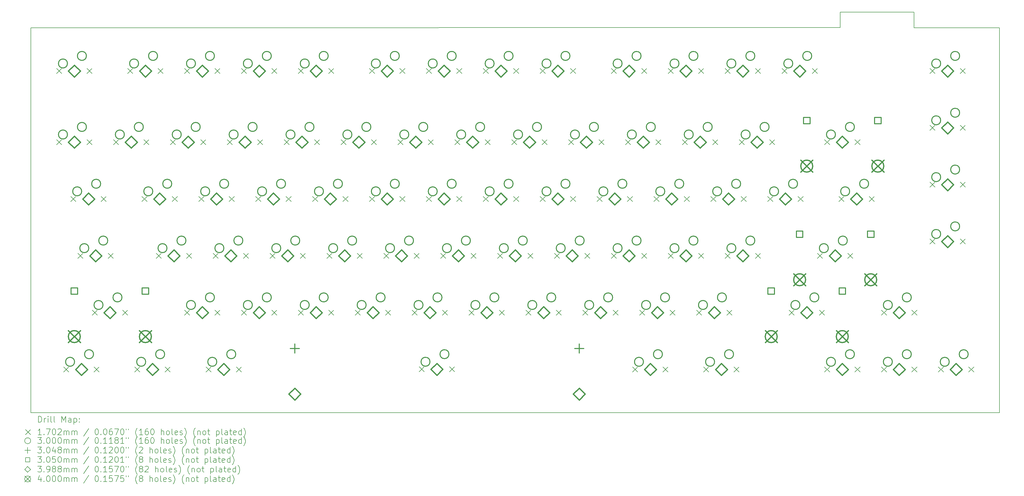
<source format=gbr>
%TF.GenerationSoftware,KiCad,Pcbnew,(6.0.10)*%
%TF.CreationDate,2023-03-05T14:36:38-08:00*%
%TF.ProjectId,keyboard,6b657962-6f61-4726-942e-6b696361645f,rev?*%
%TF.SameCoordinates,Original*%
%TF.FileFunction,Drillmap*%
%TF.FilePolarity,Positive*%
%FSLAX45Y45*%
G04 Gerber Fmt 4.5, Leading zero omitted, Abs format (unit mm)*
G04 Created by KiCad (PCBNEW (6.0.10)) date 2023-03-05 14:36:38*
%MOMM*%
%LPD*%
G01*
G04 APERTURE LIST*
%ADD10C,0.200000*%
%ADD11C,0.170180*%
%ADD12C,0.300000*%
%ADD13C,0.304800*%
%ADD14C,0.305000*%
%ADD15C,0.398780*%
%ADD16C,0.400000*%
G04 APERTURE END LIST*
D10*
X38536000Y-9704000D02*
X41010000Y-9702000D01*
X41010000Y-9702000D02*
X41008000Y-10227000D01*
X43874250Y-23130500D02*
G75*
G03*
X43874250Y-23130500I0J0D01*
G01*
X11441750Y-10224250D02*
G75*
G03*
X11441750Y-10224250I0J0D01*
G01*
X11441750Y-23130500D02*
G75*
G03*
X11441750Y-23130500I0J0D01*
G01*
X43874250Y-10224250D02*
X43874250Y-23130500D01*
X41008000Y-10227000D02*
X43874250Y-10224250D01*
X38536000Y-10219000D02*
X11441750Y-10224250D01*
X11441750Y-23130500D02*
X11441750Y-10224250D01*
X43874250Y-23130500D02*
X11441750Y-23130500D01*
X38536000Y-10219000D02*
X38536000Y-9704000D01*
D11*
X12301160Y-11591660D02*
X12471340Y-11761840D01*
X12471340Y-11591660D02*
X12301160Y-11761840D01*
X12301160Y-13972910D02*
X12471340Y-14143090D01*
X12471340Y-13972910D02*
X12301160Y-14143090D01*
X12539285Y-21592910D02*
X12709465Y-21763090D01*
X12709465Y-21592910D02*
X12539285Y-21763090D01*
X12777410Y-15877910D02*
X12947590Y-16048090D01*
X12947590Y-15877910D02*
X12777410Y-16048090D01*
X13015535Y-17782910D02*
X13185715Y-17953090D01*
X13185715Y-17782910D02*
X13015535Y-17953090D01*
X13317160Y-11591660D02*
X13487340Y-11761840D01*
X13487340Y-11591660D02*
X13317160Y-11761840D01*
X13317160Y-13972910D02*
X13487340Y-14143090D01*
X13487340Y-13972910D02*
X13317160Y-14143090D01*
X13491785Y-19687910D02*
X13661965Y-19858090D01*
X13661965Y-19687910D02*
X13491785Y-19858090D01*
X13555285Y-21592910D02*
X13725465Y-21763090D01*
X13725465Y-21592910D02*
X13555285Y-21763090D01*
X13793410Y-15877910D02*
X13963590Y-16048090D01*
X13963590Y-15877910D02*
X13793410Y-16048090D01*
X14031535Y-17782910D02*
X14201715Y-17953090D01*
X14201715Y-17782910D02*
X14031535Y-17953090D01*
X14206160Y-13972910D02*
X14376340Y-14143090D01*
X14376340Y-13972910D02*
X14206160Y-14143090D01*
X14507785Y-19687910D02*
X14677965Y-19858090D01*
X14677965Y-19687910D02*
X14507785Y-19858090D01*
X14682410Y-11591660D02*
X14852590Y-11761840D01*
X14852590Y-11591660D02*
X14682410Y-11761840D01*
X14920535Y-21592910D02*
X15090715Y-21763090D01*
X15090715Y-21592910D02*
X14920535Y-21763090D01*
X15158660Y-15877910D02*
X15328840Y-16048090D01*
X15328840Y-15877910D02*
X15158660Y-16048090D01*
X15222160Y-13972910D02*
X15392340Y-14143090D01*
X15392340Y-13972910D02*
X15222160Y-14143090D01*
X15634910Y-17782910D02*
X15805090Y-17953090D01*
X15805090Y-17782910D02*
X15634910Y-17953090D01*
X15698410Y-11591660D02*
X15868590Y-11761840D01*
X15868590Y-11591660D02*
X15698410Y-11761840D01*
X15936535Y-21592910D02*
X16106715Y-21763090D01*
X16106715Y-21592910D02*
X15936535Y-21763090D01*
X16111160Y-13972910D02*
X16281340Y-14143090D01*
X16281340Y-13972910D02*
X16111160Y-14143090D01*
X16174660Y-15877910D02*
X16344840Y-16048090D01*
X16344840Y-15877910D02*
X16174660Y-16048090D01*
X16587410Y-11591660D02*
X16757590Y-11761840D01*
X16757590Y-11591660D02*
X16587410Y-11761840D01*
X16587410Y-19687910D02*
X16757590Y-19858090D01*
X16757590Y-19687910D02*
X16587410Y-19858090D01*
X16650910Y-17782910D02*
X16821090Y-17953090D01*
X16821090Y-17782910D02*
X16650910Y-17953090D01*
X17063660Y-15877910D02*
X17233840Y-16048090D01*
X17233840Y-15877910D02*
X17063660Y-16048090D01*
X17127160Y-13972910D02*
X17297340Y-14143090D01*
X17297340Y-13972910D02*
X17127160Y-14143090D01*
X17301785Y-21592910D02*
X17471965Y-21763090D01*
X17471965Y-21592910D02*
X17301785Y-21763090D01*
X17539910Y-17782910D02*
X17710090Y-17953090D01*
X17710090Y-17782910D02*
X17539910Y-17953090D01*
X17603410Y-11591660D02*
X17773590Y-11761840D01*
X17773590Y-11591660D02*
X17603410Y-11761840D01*
X17603410Y-19687910D02*
X17773590Y-19858090D01*
X17773590Y-19687910D02*
X17603410Y-19858090D01*
X18016160Y-13972910D02*
X18186340Y-14143090D01*
X18186340Y-13972910D02*
X18016160Y-14143090D01*
X18079660Y-15877910D02*
X18249840Y-16048090D01*
X18249840Y-15877910D02*
X18079660Y-16048090D01*
X18317785Y-21592910D02*
X18487965Y-21763090D01*
X18487965Y-21592910D02*
X18317785Y-21763090D01*
X18492410Y-11591660D02*
X18662590Y-11761840D01*
X18662590Y-11591660D02*
X18492410Y-11761840D01*
X18492410Y-19687910D02*
X18662590Y-19858090D01*
X18662590Y-19687910D02*
X18492410Y-19858090D01*
X18555910Y-17782910D02*
X18726090Y-17953090D01*
X18726090Y-17782910D02*
X18555910Y-17953090D01*
X18968660Y-15877910D02*
X19138840Y-16048090D01*
X19138840Y-15877910D02*
X18968660Y-16048090D01*
X19032160Y-13972910D02*
X19202340Y-14143090D01*
X19202340Y-13972910D02*
X19032160Y-14143090D01*
X19444910Y-17782910D02*
X19615090Y-17953090D01*
X19615090Y-17782910D02*
X19444910Y-17953090D01*
X19508410Y-11591660D02*
X19678590Y-11761840D01*
X19678590Y-11591660D02*
X19508410Y-11761840D01*
X19508410Y-19687910D02*
X19678590Y-19858090D01*
X19678590Y-19687910D02*
X19508410Y-19858090D01*
X19921160Y-13972910D02*
X20091340Y-14143090D01*
X20091340Y-13972910D02*
X19921160Y-14143090D01*
X19984660Y-15877910D02*
X20154840Y-16048090D01*
X20154840Y-15877910D02*
X19984660Y-16048090D01*
X20397410Y-11591660D02*
X20567590Y-11761840D01*
X20567590Y-11591660D02*
X20397410Y-11761840D01*
X20397410Y-19687910D02*
X20567590Y-19858090D01*
X20567590Y-19687910D02*
X20397410Y-19858090D01*
X20460910Y-17782910D02*
X20631090Y-17953090D01*
X20631090Y-17782910D02*
X20460910Y-17953090D01*
X20873660Y-15877910D02*
X21043840Y-16048090D01*
X21043840Y-15877910D02*
X20873660Y-16048090D01*
X20937160Y-13972910D02*
X21107340Y-14143090D01*
X21107340Y-13972910D02*
X20937160Y-14143090D01*
X21349910Y-17782910D02*
X21520090Y-17953090D01*
X21520090Y-17782910D02*
X21349910Y-17953090D01*
X21413410Y-11591660D02*
X21583590Y-11761840D01*
X21583590Y-11591660D02*
X21413410Y-11761840D01*
X21413410Y-19687910D02*
X21583590Y-19858090D01*
X21583590Y-19687910D02*
X21413410Y-19858090D01*
X21826160Y-13972910D02*
X21996340Y-14143090D01*
X21996340Y-13972910D02*
X21826160Y-14143090D01*
X21889660Y-15877910D02*
X22059840Y-16048090D01*
X22059840Y-15877910D02*
X21889660Y-16048090D01*
X22302410Y-19687910D02*
X22472590Y-19858090D01*
X22472590Y-19687910D02*
X22302410Y-19858090D01*
X22365910Y-17782910D02*
X22536090Y-17953090D01*
X22536090Y-17782910D02*
X22365910Y-17953090D01*
X22778660Y-11591660D02*
X22948840Y-11761840D01*
X22948840Y-11591660D02*
X22778660Y-11761840D01*
X22778660Y-15877910D02*
X22948840Y-16048090D01*
X22948840Y-15877910D02*
X22778660Y-16048090D01*
X22842160Y-13972910D02*
X23012340Y-14143090D01*
X23012340Y-13972910D02*
X22842160Y-14143090D01*
X23254910Y-17782910D02*
X23425090Y-17953090D01*
X23425090Y-17782910D02*
X23254910Y-17953090D01*
X23318410Y-19687910D02*
X23488590Y-19858090D01*
X23488590Y-19687910D02*
X23318410Y-19858090D01*
X23731160Y-13972910D02*
X23901340Y-14143090D01*
X23901340Y-13972910D02*
X23731160Y-14143090D01*
X23794660Y-11591660D02*
X23964840Y-11761840D01*
X23964840Y-11591660D02*
X23794660Y-11761840D01*
X23794660Y-15877910D02*
X23964840Y-16048090D01*
X23964840Y-15877910D02*
X23794660Y-16048090D01*
X24207410Y-19687910D02*
X24377590Y-19858090D01*
X24377590Y-19687910D02*
X24207410Y-19858090D01*
X24270910Y-17782910D02*
X24441090Y-17953090D01*
X24441090Y-17782910D02*
X24270910Y-17953090D01*
X24441910Y-21590910D02*
X24612090Y-21761090D01*
X24612090Y-21590910D02*
X24441910Y-21761090D01*
X24683660Y-11591660D02*
X24853840Y-11761840D01*
X24853840Y-11591660D02*
X24683660Y-11761840D01*
X24683660Y-15877910D02*
X24853840Y-16048090D01*
X24853840Y-15877910D02*
X24683660Y-16048090D01*
X24747160Y-13972910D02*
X24917340Y-14143090D01*
X24917340Y-13972910D02*
X24747160Y-14143090D01*
X25159910Y-17782910D02*
X25330090Y-17953090D01*
X25330090Y-17782910D02*
X25159910Y-17953090D01*
X25223410Y-19687910D02*
X25393590Y-19858090D01*
X25393590Y-19687910D02*
X25223410Y-19858090D01*
X25457910Y-21590910D02*
X25628090Y-21761090D01*
X25628090Y-21590910D02*
X25457910Y-21761090D01*
X25636160Y-13972910D02*
X25806340Y-14143090D01*
X25806340Y-13972910D02*
X25636160Y-14143090D01*
X25699660Y-11591660D02*
X25869840Y-11761840D01*
X25869840Y-11591660D02*
X25699660Y-11761840D01*
X25699660Y-15877910D02*
X25869840Y-16048090D01*
X25869840Y-15877910D02*
X25699660Y-16048090D01*
X26112410Y-19687910D02*
X26282590Y-19858090D01*
X26282590Y-19687910D02*
X26112410Y-19858090D01*
X26175910Y-17782910D02*
X26346090Y-17953090D01*
X26346090Y-17782910D02*
X26175910Y-17953090D01*
X26588660Y-11591660D02*
X26758840Y-11761840D01*
X26758840Y-11591660D02*
X26588660Y-11761840D01*
X26588660Y-15877910D02*
X26758840Y-16048090D01*
X26758840Y-15877910D02*
X26588660Y-16048090D01*
X26652160Y-13972910D02*
X26822340Y-14143090D01*
X26822340Y-13972910D02*
X26652160Y-14143090D01*
X27064910Y-17782910D02*
X27235090Y-17953090D01*
X27235090Y-17782910D02*
X27064910Y-17953090D01*
X27128410Y-19687910D02*
X27298590Y-19858090D01*
X27298590Y-19687910D02*
X27128410Y-19858090D01*
X27541160Y-13972910D02*
X27711340Y-14143090D01*
X27711340Y-13972910D02*
X27541160Y-14143090D01*
X27604660Y-11591660D02*
X27774840Y-11761840D01*
X27774840Y-11591660D02*
X27604660Y-11761840D01*
X27604660Y-15877910D02*
X27774840Y-16048090D01*
X27774840Y-15877910D02*
X27604660Y-16048090D01*
X28017410Y-19687910D02*
X28187590Y-19858090D01*
X28187590Y-19687910D02*
X28017410Y-19858090D01*
X28080910Y-17782910D02*
X28251090Y-17953090D01*
X28251090Y-17782910D02*
X28080910Y-17953090D01*
X28493660Y-11591660D02*
X28663840Y-11761840D01*
X28663840Y-11591660D02*
X28493660Y-11761840D01*
X28493660Y-15877910D02*
X28663840Y-16048090D01*
X28663840Y-15877910D02*
X28493660Y-16048090D01*
X28557160Y-13972910D02*
X28727340Y-14143090D01*
X28727340Y-13972910D02*
X28557160Y-14143090D01*
X28969910Y-17782910D02*
X29140090Y-17953090D01*
X29140090Y-17782910D02*
X28969910Y-17953090D01*
X29033410Y-19687910D02*
X29203590Y-19858090D01*
X29203590Y-19687910D02*
X29033410Y-19858090D01*
X29446160Y-13972910D02*
X29616340Y-14143090D01*
X29616340Y-13972910D02*
X29446160Y-14143090D01*
X29509660Y-11591660D02*
X29679840Y-11761840D01*
X29679840Y-11591660D02*
X29509660Y-11761840D01*
X29509660Y-15877910D02*
X29679840Y-16048090D01*
X29679840Y-15877910D02*
X29509660Y-16048090D01*
X29922410Y-19687910D02*
X30092590Y-19858090D01*
X30092590Y-19687910D02*
X29922410Y-19858090D01*
X29985910Y-17782910D02*
X30156090Y-17953090D01*
X30156090Y-17782910D02*
X29985910Y-17953090D01*
X30398660Y-15877910D02*
X30568840Y-16048090D01*
X30568840Y-15877910D02*
X30398660Y-16048090D01*
X30462160Y-13972910D02*
X30632340Y-14143090D01*
X30632340Y-13972910D02*
X30462160Y-14143090D01*
X30874910Y-11591660D02*
X31045090Y-11761840D01*
X31045090Y-11591660D02*
X30874910Y-11761840D01*
X30874910Y-17782910D02*
X31045090Y-17953090D01*
X31045090Y-17782910D02*
X30874910Y-17953090D01*
X30938410Y-19687910D02*
X31108590Y-19858090D01*
X31108590Y-19687910D02*
X30938410Y-19858090D01*
X31351160Y-13972910D02*
X31521340Y-14143090D01*
X31521340Y-13972910D02*
X31351160Y-14143090D01*
X31414660Y-15877910D02*
X31584840Y-16048090D01*
X31584840Y-15877910D02*
X31414660Y-16048090D01*
X31589285Y-21592910D02*
X31759465Y-21763090D01*
X31759465Y-21592910D02*
X31589285Y-21763090D01*
X31827410Y-19687910D02*
X31997590Y-19858090D01*
X31997590Y-19687910D02*
X31827410Y-19858090D01*
X31890910Y-11591660D02*
X32061090Y-11761840D01*
X32061090Y-11591660D02*
X31890910Y-11761840D01*
X31890910Y-17782910D02*
X32061090Y-17953090D01*
X32061090Y-17782910D02*
X31890910Y-17953090D01*
X32303660Y-15877910D02*
X32473840Y-16048090D01*
X32473840Y-15877910D02*
X32303660Y-16048090D01*
X32367160Y-13972910D02*
X32537340Y-14143090D01*
X32537340Y-13972910D02*
X32367160Y-14143090D01*
X32605285Y-21592910D02*
X32775465Y-21763090D01*
X32775465Y-21592910D02*
X32605285Y-21763090D01*
X32779910Y-11591660D02*
X32950090Y-11761840D01*
X32950090Y-11591660D02*
X32779910Y-11761840D01*
X32779910Y-17782910D02*
X32950090Y-17953090D01*
X32950090Y-17782910D02*
X32779910Y-17953090D01*
X32843410Y-19687910D02*
X33013590Y-19858090D01*
X33013590Y-19687910D02*
X32843410Y-19858090D01*
X33256160Y-13972910D02*
X33426340Y-14143090D01*
X33426340Y-13972910D02*
X33256160Y-14143090D01*
X33319660Y-15877910D02*
X33489840Y-16048090D01*
X33489840Y-15877910D02*
X33319660Y-16048090D01*
X33732410Y-19687910D02*
X33902590Y-19858090D01*
X33902590Y-19687910D02*
X33732410Y-19858090D01*
X33795910Y-11591660D02*
X33966090Y-11761840D01*
X33966090Y-11591660D02*
X33795910Y-11761840D01*
X33795910Y-17782910D02*
X33966090Y-17953090D01*
X33966090Y-17782910D02*
X33795910Y-17953090D01*
X33970535Y-21592910D02*
X34140715Y-21763090D01*
X34140715Y-21592910D02*
X33970535Y-21763090D01*
X34208660Y-15877910D02*
X34378840Y-16048090D01*
X34378840Y-15877910D02*
X34208660Y-16048090D01*
X34272160Y-13972910D02*
X34442340Y-14143090D01*
X34442340Y-13972910D02*
X34272160Y-14143090D01*
X34684910Y-11591660D02*
X34855090Y-11761840D01*
X34855090Y-11591660D02*
X34684910Y-11761840D01*
X34684910Y-17782910D02*
X34855090Y-17953090D01*
X34855090Y-17782910D02*
X34684910Y-17953090D01*
X34748410Y-19687910D02*
X34918590Y-19858090D01*
X34918590Y-19687910D02*
X34748410Y-19858090D01*
X34986535Y-21592910D02*
X35156715Y-21763090D01*
X35156715Y-21592910D02*
X34986535Y-21763090D01*
X35161160Y-13972910D02*
X35331340Y-14143090D01*
X35331340Y-13972910D02*
X35161160Y-14143090D01*
X35224660Y-15877910D02*
X35394840Y-16048090D01*
X35394840Y-15877910D02*
X35224660Y-16048090D01*
X35700910Y-11591660D02*
X35871090Y-11761840D01*
X35871090Y-11591660D02*
X35700910Y-11761840D01*
X35700910Y-17782910D02*
X35871090Y-17953090D01*
X35871090Y-17782910D02*
X35700910Y-17953090D01*
X36113660Y-15877910D02*
X36283840Y-16048090D01*
X36283840Y-15877910D02*
X36113660Y-16048090D01*
X36177160Y-13972910D02*
X36347340Y-14143090D01*
X36347340Y-13972910D02*
X36177160Y-14143090D01*
X36589910Y-11591660D02*
X36760090Y-11761840D01*
X36760090Y-11591660D02*
X36589910Y-11761840D01*
X36828035Y-19687910D02*
X36998215Y-19858090D01*
X36998215Y-19687910D02*
X36828035Y-19858090D01*
X37129660Y-15877910D02*
X37299840Y-16048090D01*
X37299840Y-15877910D02*
X37129660Y-16048090D01*
X37605910Y-11591660D02*
X37776090Y-11761840D01*
X37776090Y-11591660D02*
X37605910Y-11761840D01*
X37780535Y-17782910D02*
X37950715Y-17953090D01*
X37950715Y-17782910D02*
X37780535Y-17953090D01*
X37844035Y-19687910D02*
X38014215Y-19858090D01*
X38014215Y-19687910D02*
X37844035Y-19858090D01*
X38018660Y-13972910D02*
X38188840Y-14143090D01*
X38188840Y-13972910D02*
X38018660Y-14143090D01*
X38018660Y-21592910D02*
X38188840Y-21763090D01*
X38188840Y-21592910D02*
X38018660Y-21763090D01*
X38494910Y-15877910D02*
X38665090Y-16048090D01*
X38665090Y-15877910D02*
X38494910Y-16048090D01*
X38796535Y-17782910D02*
X38966715Y-17953090D01*
X38966715Y-17782910D02*
X38796535Y-17953090D01*
X39034660Y-13972910D02*
X39204840Y-14143090D01*
X39204840Y-13972910D02*
X39034660Y-14143090D01*
X39034660Y-21592910D02*
X39204840Y-21763090D01*
X39204840Y-21592910D02*
X39034660Y-21763090D01*
X39510910Y-15877910D02*
X39681090Y-16048090D01*
X39681090Y-15877910D02*
X39510910Y-16048090D01*
X39923660Y-19687910D02*
X40093840Y-19858090D01*
X40093840Y-19687910D02*
X39923660Y-19858090D01*
X39923660Y-21592910D02*
X40093840Y-21763090D01*
X40093840Y-21592910D02*
X39923660Y-21763090D01*
X40939660Y-19687910D02*
X41109840Y-19858090D01*
X41109840Y-19687910D02*
X40939660Y-19858090D01*
X40939660Y-21592910D02*
X41109840Y-21763090D01*
X41109840Y-21592910D02*
X40939660Y-21763090D01*
X41542910Y-11591660D02*
X41713090Y-11761840D01*
X41713090Y-11591660D02*
X41542910Y-11761840D01*
X41542910Y-13496660D02*
X41713090Y-13666840D01*
X41713090Y-13496660D02*
X41542910Y-13666840D01*
X41542910Y-15401660D02*
X41713090Y-15571840D01*
X41713090Y-15401660D02*
X41542910Y-15571840D01*
X41542910Y-17306660D02*
X41713090Y-17476840D01*
X41713090Y-17306660D02*
X41542910Y-17476840D01*
X41828660Y-21592910D02*
X41998840Y-21763090D01*
X41998840Y-21592910D02*
X41828660Y-21763090D01*
X42558910Y-11591660D02*
X42729090Y-11761840D01*
X42729090Y-11591660D02*
X42558910Y-11761840D01*
X42558910Y-13496660D02*
X42729090Y-13666840D01*
X42729090Y-13496660D02*
X42558910Y-13666840D01*
X42558910Y-15401660D02*
X42729090Y-15571840D01*
X42729090Y-15401660D02*
X42558910Y-15571840D01*
X42558910Y-17306660D02*
X42729090Y-17476840D01*
X42729090Y-17306660D02*
X42558910Y-17476840D01*
X42844660Y-21592910D02*
X43014840Y-21763090D01*
X43014840Y-21592910D02*
X42844660Y-21763090D01*
D12*
X12663250Y-11422750D02*
G75*
G03*
X12663250Y-11422750I-150000J0D01*
G01*
X12663250Y-13804000D02*
G75*
G03*
X12663250Y-13804000I-150000J0D01*
G01*
X12901375Y-21424000D02*
G75*
G03*
X12901375Y-21424000I-150000J0D01*
G01*
X13139500Y-15709000D02*
G75*
G03*
X13139500Y-15709000I-150000J0D01*
G01*
X13298250Y-11168750D02*
G75*
G03*
X13298250Y-11168750I-150000J0D01*
G01*
X13298250Y-13550000D02*
G75*
G03*
X13298250Y-13550000I-150000J0D01*
G01*
X13377625Y-17614000D02*
G75*
G03*
X13377625Y-17614000I-150000J0D01*
G01*
X13536375Y-21170000D02*
G75*
G03*
X13536375Y-21170000I-150000J0D01*
G01*
X13774500Y-15455000D02*
G75*
G03*
X13774500Y-15455000I-150000J0D01*
G01*
X13853875Y-19519000D02*
G75*
G03*
X13853875Y-19519000I-150000J0D01*
G01*
X14012625Y-17360000D02*
G75*
G03*
X14012625Y-17360000I-150000J0D01*
G01*
X14488875Y-19265000D02*
G75*
G03*
X14488875Y-19265000I-150000J0D01*
G01*
X14568250Y-13804000D02*
G75*
G03*
X14568250Y-13804000I-150000J0D01*
G01*
X15044500Y-11422750D02*
G75*
G03*
X15044500Y-11422750I-150000J0D01*
G01*
X15203250Y-13550000D02*
G75*
G03*
X15203250Y-13550000I-150000J0D01*
G01*
X15282625Y-21424000D02*
G75*
G03*
X15282625Y-21424000I-150000J0D01*
G01*
X15520750Y-15709000D02*
G75*
G03*
X15520750Y-15709000I-150000J0D01*
G01*
X15679500Y-11168750D02*
G75*
G03*
X15679500Y-11168750I-150000J0D01*
G01*
X15917625Y-21170000D02*
G75*
G03*
X15917625Y-21170000I-150000J0D01*
G01*
X15997000Y-17614000D02*
G75*
G03*
X15997000Y-17614000I-150000J0D01*
G01*
X16155750Y-15455000D02*
G75*
G03*
X16155750Y-15455000I-150000J0D01*
G01*
X16473250Y-13804000D02*
G75*
G03*
X16473250Y-13804000I-150000J0D01*
G01*
X16632000Y-17360000D02*
G75*
G03*
X16632000Y-17360000I-150000J0D01*
G01*
X16949500Y-11422750D02*
G75*
G03*
X16949500Y-11422750I-150000J0D01*
G01*
X16949500Y-19519000D02*
G75*
G03*
X16949500Y-19519000I-150000J0D01*
G01*
X17108250Y-13550000D02*
G75*
G03*
X17108250Y-13550000I-150000J0D01*
G01*
X17425750Y-15709000D02*
G75*
G03*
X17425750Y-15709000I-150000J0D01*
G01*
X17584500Y-11168750D02*
G75*
G03*
X17584500Y-11168750I-150000J0D01*
G01*
X17584500Y-19265000D02*
G75*
G03*
X17584500Y-19265000I-150000J0D01*
G01*
X17663875Y-21424000D02*
G75*
G03*
X17663875Y-21424000I-150000J0D01*
G01*
X17902000Y-17614000D02*
G75*
G03*
X17902000Y-17614000I-150000J0D01*
G01*
X18060750Y-15455000D02*
G75*
G03*
X18060750Y-15455000I-150000J0D01*
G01*
X18298875Y-21170000D02*
G75*
G03*
X18298875Y-21170000I-150000J0D01*
G01*
X18378250Y-13804000D02*
G75*
G03*
X18378250Y-13804000I-150000J0D01*
G01*
X18537000Y-17360000D02*
G75*
G03*
X18537000Y-17360000I-150000J0D01*
G01*
X18854500Y-11422750D02*
G75*
G03*
X18854500Y-11422750I-150000J0D01*
G01*
X18854500Y-19519000D02*
G75*
G03*
X18854500Y-19519000I-150000J0D01*
G01*
X19013250Y-13550000D02*
G75*
G03*
X19013250Y-13550000I-150000J0D01*
G01*
X19330750Y-15709000D02*
G75*
G03*
X19330750Y-15709000I-150000J0D01*
G01*
X19489500Y-11168750D02*
G75*
G03*
X19489500Y-11168750I-150000J0D01*
G01*
X19489500Y-19265000D02*
G75*
G03*
X19489500Y-19265000I-150000J0D01*
G01*
X19807000Y-17614000D02*
G75*
G03*
X19807000Y-17614000I-150000J0D01*
G01*
X19965750Y-15455000D02*
G75*
G03*
X19965750Y-15455000I-150000J0D01*
G01*
X20283250Y-13804000D02*
G75*
G03*
X20283250Y-13804000I-150000J0D01*
G01*
X20442000Y-17360000D02*
G75*
G03*
X20442000Y-17360000I-150000J0D01*
G01*
X20759500Y-11422750D02*
G75*
G03*
X20759500Y-11422750I-150000J0D01*
G01*
X20759500Y-19519000D02*
G75*
G03*
X20759500Y-19519000I-150000J0D01*
G01*
X20918250Y-13550000D02*
G75*
G03*
X20918250Y-13550000I-150000J0D01*
G01*
X21235750Y-15709000D02*
G75*
G03*
X21235750Y-15709000I-150000J0D01*
G01*
X21394500Y-11168750D02*
G75*
G03*
X21394500Y-11168750I-150000J0D01*
G01*
X21394500Y-19265000D02*
G75*
G03*
X21394500Y-19265000I-150000J0D01*
G01*
X21712000Y-17614000D02*
G75*
G03*
X21712000Y-17614000I-150000J0D01*
G01*
X21870750Y-15455000D02*
G75*
G03*
X21870750Y-15455000I-150000J0D01*
G01*
X22188250Y-13804000D02*
G75*
G03*
X22188250Y-13804000I-150000J0D01*
G01*
X22347000Y-17360000D02*
G75*
G03*
X22347000Y-17360000I-150000J0D01*
G01*
X22664500Y-19519000D02*
G75*
G03*
X22664500Y-19519000I-150000J0D01*
G01*
X22823250Y-13550000D02*
G75*
G03*
X22823250Y-13550000I-150000J0D01*
G01*
X23140750Y-11422750D02*
G75*
G03*
X23140750Y-11422750I-150000J0D01*
G01*
X23140750Y-15709000D02*
G75*
G03*
X23140750Y-15709000I-150000J0D01*
G01*
X23299500Y-19265000D02*
G75*
G03*
X23299500Y-19265000I-150000J0D01*
G01*
X23617000Y-17614000D02*
G75*
G03*
X23617000Y-17614000I-150000J0D01*
G01*
X23775750Y-11168750D02*
G75*
G03*
X23775750Y-11168750I-150000J0D01*
G01*
X23775750Y-15455000D02*
G75*
G03*
X23775750Y-15455000I-150000J0D01*
G01*
X24093250Y-13804000D02*
G75*
G03*
X24093250Y-13804000I-150000J0D01*
G01*
X24252000Y-17360000D02*
G75*
G03*
X24252000Y-17360000I-150000J0D01*
G01*
X24569500Y-19519000D02*
G75*
G03*
X24569500Y-19519000I-150000J0D01*
G01*
X24728250Y-13550000D02*
G75*
G03*
X24728250Y-13550000I-150000J0D01*
G01*
X24804000Y-21422000D02*
G75*
G03*
X24804000Y-21422000I-150000J0D01*
G01*
X25045750Y-11422750D02*
G75*
G03*
X25045750Y-11422750I-150000J0D01*
G01*
X25045750Y-15709000D02*
G75*
G03*
X25045750Y-15709000I-150000J0D01*
G01*
X25204500Y-19265000D02*
G75*
G03*
X25204500Y-19265000I-150000J0D01*
G01*
X25439000Y-21168000D02*
G75*
G03*
X25439000Y-21168000I-150000J0D01*
G01*
X25522000Y-17614000D02*
G75*
G03*
X25522000Y-17614000I-150000J0D01*
G01*
X25680750Y-11168750D02*
G75*
G03*
X25680750Y-11168750I-150000J0D01*
G01*
X25680750Y-15455000D02*
G75*
G03*
X25680750Y-15455000I-150000J0D01*
G01*
X25998250Y-13804000D02*
G75*
G03*
X25998250Y-13804000I-150000J0D01*
G01*
X26157000Y-17360000D02*
G75*
G03*
X26157000Y-17360000I-150000J0D01*
G01*
X26474500Y-19519000D02*
G75*
G03*
X26474500Y-19519000I-150000J0D01*
G01*
X26633250Y-13550000D02*
G75*
G03*
X26633250Y-13550000I-150000J0D01*
G01*
X26950750Y-11422750D02*
G75*
G03*
X26950750Y-11422750I-150000J0D01*
G01*
X26950750Y-15709000D02*
G75*
G03*
X26950750Y-15709000I-150000J0D01*
G01*
X27109500Y-19265000D02*
G75*
G03*
X27109500Y-19265000I-150000J0D01*
G01*
X27427000Y-17614000D02*
G75*
G03*
X27427000Y-17614000I-150000J0D01*
G01*
X27585750Y-11168750D02*
G75*
G03*
X27585750Y-11168750I-150000J0D01*
G01*
X27585750Y-15455000D02*
G75*
G03*
X27585750Y-15455000I-150000J0D01*
G01*
X27903250Y-13804000D02*
G75*
G03*
X27903250Y-13804000I-150000J0D01*
G01*
X28062000Y-17360000D02*
G75*
G03*
X28062000Y-17360000I-150000J0D01*
G01*
X28379500Y-19519000D02*
G75*
G03*
X28379500Y-19519000I-150000J0D01*
G01*
X28538250Y-13550000D02*
G75*
G03*
X28538250Y-13550000I-150000J0D01*
G01*
X28855750Y-11422750D02*
G75*
G03*
X28855750Y-11422750I-150000J0D01*
G01*
X28855750Y-15709000D02*
G75*
G03*
X28855750Y-15709000I-150000J0D01*
G01*
X29014500Y-19265000D02*
G75*
G03*
X29014500Y-19265000I-150000J0D01*
G01*
X29332000Y-17614000D02*
G75*
G03*
X29332000Y-17614000I-150000J0D01*
G01*
X29490750Y-11168750D02*
G75*
G03*
X29490750Y-11168750I-150000J0D01*
G01*
X29490750Y-15455000D02*
G75*
G03*
X29490750Y-15455000I-150000J0D01*
G01*
X29808250Y-13804000D02*
G75*
G03*
X29808250Y-13804000I-150000J0D01*
G01*
X29967000Y-17360000D02*
G75*
G03*
X29967000Y-17360000I-150000J0D01*
G01*
X30284500Y-19519000D02*
G75*
G03*
X30284500Y-19519000I-150000J0D01*
G01*
X30443250Y-13550000D02*
G75*
G03*
X30443250Y-13550000I-150000J0D01*
G01*
X30760750Y-15709000D02*
G75*
G03*
X30760750Y-15709000I-150000J0D01*
G01*
X30919500Y-19265000D02*
G75*
G03*
X30919500Y-19265000I-150000J0D01*
G01*
X31237000Y-11422750D02*
G75*
G03*
X31237000Y-11422750I-150000J0D01*
G01*
X31237000Y-17614000D02*
G75*
G03*
X31237000Y-17614000I-150000J0D01*
G01*
X31395750Y-15455000D02*
G75*
G03*
X31395750Y-15455000I-150000J0D01*
G01*
X31713250Y-13804000D02*
G75*
G03*
X31713250Y-13804000I-150000J0D01*
G01*
X31872000Y-11168750D02*
G75*
G03*
X31872000Y-11168750I-150000J0D01*
G01*
X31872000Y-17360000D02*
G75*
G03*
X31872000Y-17360000I-150000J0D01*
G01*
X31951375Y-21424000D02*
G75*
G03*
X31951375Y-21424000I-150000J0D01*
G01*
X32189500Y-19519000D02*
G75*
G03*
X32189500Y-19519000I-150000J0D01*
G01*
X32348250Y-13550000D02*
G75*
G03*
X32348250Y-13550000I-150000J0D01*
G01*
X32586375Y-21170000D02*
G75*
G03*
X32586375Y-21170000I-150000J0D01*
G01*
X32665750Y-15709000D02*
G75*
G03*
X32665750Y-15709000I-150000J0D01*
G01*
X32824500Y-19265000D02*
G75*
G03*
X32824500Y-19265000I-150000J0D01*
G01*
X33142000Y-11422750D02*
G75*
G03*
X33142000Y-11422750I-150000J0D01*
G01*
X33142000Y-17614000D02*
G75*
G03*
X33142000Y-17614000I-150000J0D01*
G01*
X33300750Y-15455000D02*
G75*
G03*
X33300750Y-15455000I-150000J0D01*
G01*
X33618250Y-13804000D02*
G75*
G03*
X33618250Y-13804000I-150000J0D01*
G01*
X33777000Y-11168750D02*
G75*
G03*
X33777000Y-11168750I-150000J0D01*
G01*
X33777000Y-17360000D02*
G75*
G03*
X33777000Y-17360000I-150000J0D01*
G01*
X34094500Y-19519000D02*
G75*
G03*
X34094500Y-19519000I-150000J0D01*
G01*
X34253250Y-13550000D02*
G75*
G03*
X34253250Y-13550000I-150000J0D01*
G01*
X34332625Y-21424000D02*
G75*
G03*
X34332625Y-21424000I-150000J0D01*
G01*
X34570750Y-15709000D02*
G75*
G03*
X34570750Y-15709000I-150000J0D01*
G01*
X34729500Y-19265000D02*
G75*
G03*
X34729500Y-19265000I-150000J0D01*
G01*
X34967625Y-21170000D02*
G75*
G03*
X34967625Y-21170000I-150000J0D01*
G01*
X35047000Y-11422750D02*
G75*
G03*
X35047000Y-11422750I-150000J0D01*
G01*
X35047000Y-17614000D02*
G75*
G03*
X35047000Y-17614000I-150000J0D01*
G01*
X35205750Y-15455000D02*
G75*
G03*
X35205750Y-15455000I-150000J0D01*
G01*
X35523250Y-13804000D02*
G75*
G03*
X35523250Y-13804000I-150000J0D01*
G01*
X35682000Y-11168750D02*
G75*
G03*
X35682000Y-11168750I-150000J0D01*
G01*
X35682000Y-17360000D02*
G75*
G03*
X35682000Y-17360000I-150000J0D01*
G01*
X36158250Y-13550000D02*
G75*
G03*
X36158250Y-13550000I-150000J0D01*
G01*
X36475750Y-15709000D02*
G75*
G03*
X36475750Y-15709000I-150000J0D01*
G01*
X36952000Y-11422750D02*
G75*
G03*
X36952000Y-11422750I-150000J0D01*
G01*
X37110750Y-15455000D02*
G75*
G03*
X37110750Y-15455000I-150000J0D01*
G01*
X37190125Y-19519000D02*
G75*
G03*
X37190125Y-19519000I-150000J0D01*
G01*
X37587000Y-11168750D02*
G75*
G03*
X37587000Y-11168750I-150000J0D01*
G01*
X37825125Y-19265000D02*
G75*
G03*
X37825125Y-19265000I-150000J0D01*
G01*
X38142625Y-17614000D02*
G75*
G03*
X38142625Y-17614000I-150000J0D01*
G01*
X38380750Y-13804000D02*
G75*
G03*
X38380750Y-13804000I-150000J0D01*
G01*
X38380750Y-21424000D02*
G75*
G03*
X38380750Y-21424000I-150000J0D01*
G01*
X38777625Y-17360000D02*
G75*
G03*
X38777625Y-17360000I-150000J0D01*
G01*
X38857000Y-15709000D02*
G75*
G03*
X38857000Y-15709000I-150000J0D01*
G01*
X39015750Y-13550000D02*
G75*
G03*
X39015750Y-13550000I-150000J0D01*
G01*
X39015750Y-21170000D02*
G75*
G03*
X39015750Y-21170000I-150000J0D01*
G01*
X39492000Y-15455000D02*
G75*
G03*
X39492000Y-15455000I-150000J0D01*
G01*
X40285750Y-19519000D02*
G75*
G03*
X40285750Y-19519000I-150000J0D01*
G01*
X40285750Y-21424000D02*
G75*
G03*
X40285750Y-21424000I-150000J0D01*
G01*
X40920750Y-19265000D02*
G75*
G03*
X40920750Y-19265000I-150000J0D01*
G01*
X40920750Y-21170000D02*
G75*
G03*
X40920750Y-21170000I-150000J0D01*
G01*
X41905000Y-11422750D02*
G75*
G03*
X41905000Y-11422750I-150000J0D01*
G01*
X41905000Y-13327750D02*
G75*
G03*
X41905000Y-13327750I-150000J0D01*
G01*
X41905000Y-15232750D02*
G75*
G03*
X41905000Y-15232750I-150000J0D01*
G01*
X41905000Y-17137750D02*
G75*
G03*
X41905000Y-17137750I-150000J0D01*
G01*
X42190750Y-21424000D02*
G75*
G03*
X42190750Y-21424000I-150000J0D01*
G01*
X42540000Y-11168750D02*
G75*
G03*
X42540000Y-11168750I-150000J0D01*
G01*
X42540000Y-13073750D02*
G75*
G03*
X42540000Y-13073750I-150000J0D01*
G01*
X42540000Y-14978750D02*
G75*
G03*
X42540000Y-14978750I-150000J0D01*
G01*
X42540000Y-16883750D02*
G75*
G03*
X42540000Y-16883750I-150000J0D01*
G01*
X42825750Y-21170000D02*
G75*
G03*
X42825750Y-21170000I-150000J0D01*
G01*
D13*
X20276125Y-20827100D02*
X20276125Y-21131900D01*
X20123725Y-20979500D02*
X20428525Y-20979500D01*
X29801125Y-20827100D02*
X29801125Y-21131900D01*
X29648725Y-20979500D02*
X29953525Y-20979500D01*
D14*
X13001430Y-19162015D02*
X13001430Y-18946345D01*
X12785760Y-18946345D01*
X12785760Y-19162015D01*
X13001430Y-19162015D01*
X15381430Y-19162015D02*
X15381430Y-18946345D01*
X15165760Y-18946345D01*
X15165760Y-19162015D01*
X15381430Y-19162015D01*
X36337680Y-19162015D02*
X36337680Y-18946345D01*
X36122010Y-18946345D01*
X36122010Y-19162015D01*
X36337680Y-19162015D01*
X37290180Y-17257015D02*
X37290180Y-17041345D01*
X37074510Y-17041345D01*
X37074510Y-17257015D01*
X37290180Y-17257015D01*
X37528305Y-13447015D02*
X37528305Y-13231345D01*
X37312635Y-13231345D01*
X37312635Y-13447015D01*
X37528305Y-13447015D01*
X38717680Y-19162015D02*
X38717680Y-18946345D01*
X38502010Y-18946345D01*
X38502010Y-19162015D01*
X38717680Y-19162015D01*
X39670180Y-17257015D02*
X39670180Y-17041345D01*
X39454510Y-17041345D01*
X39454510Y-17257015D01*
X39670180Y-17257015D01*
X39908305Y-13447015D02*
X39908305Y-13231345D01*
X39692635Y-13231345D01*
X39692635Y-13447015D01*
X39908305Y-13447015D01*
D15*
X12894250Y-11876140D02*
X13093640Y-11676750D01*
X12894250Y-11477360D01*
X12694860Y-11676750D01*
X12894250Y-11876140D01*
X12894250Y-14257390D02*
X13093640Y-14058000D01*
X12894250Y-13858610D01*
X12694860Y-14058000D01*
X12894250Y-14257390D01*
X13132375Y-21877390D02*
X13331765Y-21678000D01*
X13132375Y-21478610D01*
X12932985Y-21678000D01*
X13132375Y-21877390D01*
X13370500Y-16162390D02*
X13569890Y-15963000D01*
X13370500Y-15763610D01*
X13171110Y-15963000D01*
X13370500Y-16162390D01*
X13608625Y-18067390D02*
X13808015Y-17868000D01*
X13608625Y-17668610D01*
X13409235Y-17868000D01*
X13608625Y-18067390D01*
X14084875Y-19972390D02*
X14284265Y-19773000D01*
X14084875Y-19573610D01*
X13885485Y-19773000D01*
X14084875Y-19972390D01*
X14799250Y-14257390D02*
X14998640Y-14058000D01*
X14799250Y-13858610D01*
X14599860Y-14058000D01*
X14799250Y-14257390D01*
X15275500Y-11876140D02*
X15474890Y-11676750D01*
X15275500Y-11477360D01*
X15076110Y-11676750D01*
X15275500Y-11876140D01*
X15513625Y-21877390D02*
X15713015Y-21678000D01*
X15513625Y-21478610D01*
X15314235Y-21678000D01*
X15513625Y-21877390D01*
X15751750Y-16162390D02*
X15951140Y-15963000D01*
X15751750Y-15763610D01*
X15552360Y-15963000D01*
X15751750Y-16162390D01*
X16228000Y-18067390D02*
X16427390Y-17868000D01*
X16228000Y-17668610D01*
X16028610Y-17868000D01*
X16228000Y-18067390D01*
X16704250Y-14257390D02*
X16903640Y-14058000D01*
X16704250Y-13858610D01*
X16504860Y-14058000D01*
X16704250Y-14257390D01*
X17180500Y-11876140D02*
X17379890Y-11676750D01*
X17180500Y-11477360D01*
X16981110Y-11676750D01*
X17180500Y-11876140D01*
X17180500Y-19972390D02*
X17379890Y-19773000D01*
X17180500Y-19573610D01*
X16981110Y-19773000D01*
X17180500Y-19972390D01*
X17656750Y-16162390D02*
X17856140Y-15963000D01*
X17656750Y-15763610D01*
X17457360Y-15963000D01*
X17656750Y-16162390D01*
X17894875Y-21877390D02*
X18094265Y-21678000D01*
X17894875Y-21478610D01*
X17695485Y-21678000D01*
X17894875Y-21877390D01*
X18133000Y-18067390D02*
X18332390Y-17868000D01*
X18133000Y-17668610D01*
X17933610Y-17868000D01*
X18133000Y-18067390D01*
X18609250Y-14257390D02*
X18808640Y-14058000D01*
X18609250Y-13858610D01*
X18409860Y-14058000D01*
X18609250Y-14257390D01*
X19085500Y-11876140D02*
X19284890Y-11676750D01*
X19085500Y-11477360D01*
X18886110Y-11676750D01*
X19085500Y-11876140D01*
X19085500Y-19972390D02*
X19284890Y-19773000D01*
X19085500Y-19573610D01*
X18886110Y-19773000D01*
X19085500Y-19972390D01*
X19561750Y-16162390D02*
X19761140Y-15963000D01*
X19561750Y-15763610D01*
X19362360Y-15963000D01*
X19561750Y-16162390D01*
X20038000Y-18067390D02*
X20237390Y-17868000D01*
X20038000Y-17668610D01*
X19838610Y-17868000D01*
X20038000Y-18067390D01*
X20276125Y-22702890D02*
X20475515Y-22503500D01*
X20276125Y-22304110D01*
X20076735Y-22503500D01*
X20276125Y-22702890D01*
X20514250Y-14257390D02*
X20713640Y-14058000D01*
X20514250Y-13858610D01*
X20314860Y-14058000D01*
X20514250Y-14257390D01*
X20990500Y-11876140D02*
X21189890Y-11676750D01*
X20990500Y-11477360D01*
X20791110Y-11676750D01*
X20990500Y-11876140D01*
X20990500Y-19972390D02*
X21189890Y-19773000D01*
X20990500Y-19573610D01*
X20791110Y-19773000D01*
X20990500Y-19972390D01*
X21466750Y-16162390D02*
X21666140Y-15963000D01*
X21466750Y-15763610D01*
X21267360Y-15963000D01*
X21466750Y-16162390D01*
X21943000Y-18067390D02*
X22142390Y-17868000D01*
X21943000Y-17668610D01*
X21743610Y-17868000D01*
X21943000Y-18067390D01*
X22419250Y-14257390D02*
X22618640Y-14058000D01*
X22419250Y-13858610D01*
X22219860Y-14058000D01*
X22419250Y-14257390D01*
X22895500Y-19972390D02*
X23094890Y-19773000D01*
X22895500Y-19573610D01*
X22696110Y-19773000D01*
X22895500Y-19972390D01*
X23371750Y-11876140D02*
X23571140Y-11676750D01*
X23371750Y-11477360D01*
X23172360Y-11676750D01*
X23371750Y-11876140D01*
X23371750Y-16162390D02*
X23571140Y-15963000D01*
X23371750Y-15763610D01*
X23172360Y-15963000D01*
X23371750Y-16162390D01*
X23848000Y-18067390D02*
X24047390Y-17868000D01*
X23848000Y-17668610D01*
X23648610Y-17868000D01*
X23848000Y-18067390D01*
X24324250Y-14257390D02*
X24523640Y-14058000D01*
X24324250Y-13858610D01*
X24124860Y-14058000D01*
X24324250Y-14257390D01*
X24800500Y-19972390D02*
X24999890Y-19773000D01*
X24800500Y-19573610D01*
X24601110Y-19773000D01*
X24800500Y-19972390D01*
X25035000Y-21875390D02*
X25234390Y-21676000D01*
X25035000Y-21476610D01*
X24835610Y-21676000D01*
X25035000Y-21875390D01*
X25276750Y-11876140D02*
X25476140Y-11676750D01*
X25276750Y-11477360D01*
X25077360Y-11676750D01*
X25276750Y-11876140D01*
X25276750Y-16162390D02*
X25476140Y-15963000D01*
X25276750Y-15763610D01*
X25077360Y-15963000D01*
X25276750Y-16162390D01*
X25753000Y-18067390D02*
X25952390Y-17868000D01*
X25753000Y-17668610D01*
X25553610Y-17868000D01*
X25753000Y-18067390D01*
X26229250Y-14257390D02*
X26428640Y-14058000D01*
X26229250Y-13858610D01*
X26029860Y-14058000D01*
X26229250Y-14257390D01*
X26705500Y-19972390D02*
X26904890Y-19773000D01*
X26705500Y-19573610D01*
X26506110Y-19773000D01*
X26705500Y-19972390D01*
X27181750Y-11876140D02*
X27381140Y-11676750D01*
X27181750Y-11477360D01*
X26982360Y-11676750D01*
X27181750Y-11876140D01*
X27181750Y-16162390D02*
X27381140Y-15963000D01*
X27181750Y-15763610D01*
X26982360Y-15963000D01*
X27181750Y-16162390D01*
X27658000Y-18067390D02*
X27857390Y-17868000D01*
X27658000Y-17668610D01*
X27458610Y-17868000D01*
X27658000Y-18067390D01*
X28134250Y-14257390D02*
X28333640Y-14058000D01*
X28134250Y-13858610D01*
X27934860Y-14058000D01*
X28134250Y-14257390D01*
X28610500Y-19972390D02*
X28809890Y-19773000D01*
X28610500Y-19573610D01*
X28411110Y-19773000D01*
X28610500Y-19972390D01*
X29086750Y-11876140D02*
X29286140Y-11676750D01*
X29086750Y-11477360D01*
X28887360Y-11676750D01*
X29086750Y-11876140D01*
X29086750Y-16162390D02*
X29286140Y-15963000D01*
X29086750Y-15763610D01*
X28887360Y-15963000D01*
X29086750Y-16162390D01*
X29563000Y-18067390D02*
X29762390Y-17868000D01*
X29563000Y-17668610D01*
X29363610Y-17868000D01*
X29563000Y-18067390D01*
X29801125Y-22702890D02*
X30000515Y-22503500D01*
X29801125Y-22304110D01*
X29601735Y-22503500D01*
X29801125Y-22702890D01*
X30039250Y-14257390D02*
X30238640Y-14058000D01*
X30039250Y-13858610D01*
X29839860Y-14058000D01*
X30039250Y-14257390D01*
X30515500Y-19972390D02*
X30714890Y-19773000D01*
X30515500Y-19573610D01*
X30316110Y-19773000D01*
X30515500Y-19972390D01*
X30991750Y-16162390D02*
X31191140Y-15963000D01*
X30991750Y-15763610D01*
X30792360Y-15963000D01*
X30991750Y-16162390D01*
X31468000Y-11876140D02*
X31667390Y-11676750D01*
X31468000Y-11477360D01*
X31268610Y-11676750D01*
X31468000Y-11876140D01*
X31468000Y-18067390D02*
X31667390Y-17868000D01*
X31468000Y-17668610D01*
X31268610Y-17868000D01*
X31468000Y-18067390D01*
X31944250Y-14257390D02*
X32143640Y-14058000D01*
X31944250Y-13858610D01*
X31744860Y-14058000D01*
X31944250Y-14257390D01*
X32182375Y-21877390D02*
X32381765Y-21678000D01*
X32182375Y-21478610D01*
X31982985Y-21678000D01*
X32182375Y-21877390D01*
X32420500Y-19972390D02*
X32619890Y-19773000D01*
X32420500Y-19573610D01*
X32221110Y-19773000D01*
X32420500Y-19972390D01*
X32896750Y-16162390D02*
X33096140Y-15963000D01*
X32896750Y-15763610D01*
X32697360Y-15963000D01*
X32896750Y-16162390D01*
X33373000Y-11876140D02*
X33572390Y-11676750D01*
X33373000Y-11477360D01*
X33173610Y-11676750D01*
X33373000Y-11876140D01*
X33373000Y-18067390D02*
X33572390Y-17868000D01*
X33373000Y-17668610D01*
X33173610Y-17868000D01*
X33373000Y-18067390D01*
X33849250Y-14257390D02*
X34048640Y-14058000D01*
X33849250Y-13858610D01*
X33649860Y-14058000D01*
X33849250Y-14257390D01*
X34325500Y-19972390D02*
X34524890Y-19773000D01*
X34325500Y-19573610D01*
X34126110Y-19773000D01*
X34325500Y-19972390D01*
X34563625Y-21877390D02*
X34763015Y-21678000D01*
X34563625Y-21478610D01*
X34364235Y-21678000D01*
X34563625Y-21877390D01*
X34801750Y-16162390D02*
X35001140Y-15963000D01*
X34801750Y-15763610D01*
X34602360Y-15963000D01*
X34801750Y-16162390D01*
X35278000Y-11876140D02*
X35477390Y-11676750D01*
X35278000Y-11477360D01*
X35078610Y-11676750D01*
X35278000Y-11876140D01*
X35278000Y-18067390D02*
X35477390Y-17868000D01*
X35278000Y-17668610D01*
X35078610Y-17868000D01*
X35278000Y-18067390D01*
X35754250Y-14257390D02*
X35953640Y-14058000D01*
X35754250Y-13858610D01*
X35554860Y-14058000D01*
X35754250Y-14257390D01*
X36706750Y-16162390D02*
X36906140Y-15963000D01*
X36706750Y-15763610D01*
X36507360Y-15963000D01*
X36706750Y-16162390D01*
X37183000Y-11876140D02*
X37382390Y-11676750D01*
X37183000Y-11477360D01*
X36983610Y-11676750D01*
X37183000Y-11876140D01*
X37421125Y-19972390D02*
X37620515Y-19773000D01*
X37421125Y-19573610D01*
X37221735Y-19773000D01*
X37421125Y-19972390D01*
X38373625Y-18067390D02*
X38573015Y-17868000D01*
X38373625Y-17668610D01*
X38174235Y-17868000D01*
X38373625Y-18067390D01*
X38611750Y-14257390D02*
X38811140Y-14058000D01*
X38611750Y-13858610D01*
X38412360Y-14058000D01*
X38611750Y-14257390D01*
X38611750Y-21877390D02*
X38811140Y-21678000D01*
X38611750Y-21478610D01*
X38412360Y-21678000D01*
X38611750Y-21877390D01*
X39088000Y-16162390D02*
X39287390Y-15963000D01*
X39088000Y-15763610D01*
X38888610Y-15963000D01*
X39088000Y-16162390D01*
X40516750Y-19972390D02*
X40716140Y-19773000D01*
X40516750Y-19573610D01*
X40317360Y-19773000D01*
X40516750Y-19972390D01*
X40516750Y-21877390D02*
X40716140Y-21678000D01*
X40516750Y-21478610D01*
X40317360Y-21678000D01*
X40516750Y-21877390D01*
X42136000Y-11876140D02*
X42335390Y-11676750D01*
X42136000Y-11477360D01*
X41936610Y-11676750D01*
X42136000Y-11876140D01*
X42136000Y-13781140D02*
X42335390Y-13581750D01*
X42136000Y-13382360D01*
X41936610Y-13581750D01*
X42136000Y-13781140D01*
X42136000Y-15686140D02*
X42335390Y-15486750D01*
X42136000Y-15287360D01*
X41936610Y-15486750D01*
X42136000Y-15686140D01*
X42136000Y-17591140D02*
X42335390Y-17391750D01*
X42136000Y-17192360D01*
X41936610Y-17391750D01*
X42136000Y-17591140D01*
X42421750Y-21877390D02*
X42621140Y-21678000D01*
X42421750Y-21478610D01*
X42222360Y-21678000D01*
X42421750Y-21877390D01*
D16*
X12693595Y-20378180D02*
X13093595Y-20778180D01*
X13093595Y-20378180D02*
X12693595Y-20778180D01*
X13093595Y-20578180D02*
G75*
G03*
X13093595Y-20578180I-200000J0D01*
G01*
X15073595Y-20378180D02*
X15473595Y-20778180D01*
X15473595Y-20378180D02*
X15073595Y-20778180D01*
X15473595Y-20578180D02*
G75*
G03*
X15473595Y-20578180I-200000J0D01*
G01*
X36029845Y-20378180D02*
X36429845Y-20778180D01*
X36429845Y-20378180D02*
X36029845Y-20778180D01*
X36429845Y-20578180D02*
G75*
G03*
X36429845Y-20578180I-200000J0D01*
G01*
X36982345Y-18473180D02*
X37382345Y-18873180D01*
X37382345Y-18473180D02*
X36982345Y-18873180D01*
X37382345Y-18673180D02*
G75*
G03*
X37382345Y-18673180I-200000J0D01*
G01*
X37220470Y-14663180D02*
X37620470Y-15063180D01*
X37620470Y-14663180D02*
X37220470Y-15063180D01*
X37620470Y-14863180D02*
G75*
G03*
X37620470Y-14863180I-200000J0D01*
G01*
X38409845Y-20378180D02*
X38809845Y-20778180D01*
X38809845Y-20378180D02*
X38409845Y-20778180D01*
X38809845Y-20578180D02*
G75*
G03*
X38809845Y-20578180I-200000J0D01*
G01*
X39362345Y-18473180D02*
X39762345Y-18873180D01*
X39762345Y-18473180D02*
X39362345Y-18873180D01*
X39762345Y-18673180D02*
G75*
G03*
X39762345Y-18673180I-200000J0D01*
G01*
X39600470Y-14663180D02*
X40000470Y-15063180D01*
X40000470Y-14663180D02*
X39600470Y-15063180D01*
X40000470Y-14863180D02*
G75*
G03*
X40000470Y-14863180I-200000J0D01*
G01*
D10*
X11689369Y-23450976D02*
X11689369Y-23250976D01*
X11736988Y-23250976D01*
X11765559Y-23260500D01*
X11784607Y-23279548D01*
X11794131Y-23298595D01*
X11803655Y-23336690D01*
X11803655Y-23365262D01*
X11794131Y-23403357D01*
X11784607Y-23422405D01*
X11765559Y-23441452D01*
X11736988Y-23450976D01*
X11689369Y-23450976D01*
X11889369Y-23450976D02*
X11889369Y-23317643D01*
X11889369Y-23355738D02*
X11898893Y-23336690D01*
X11908417Y-23327167D01*
X11927464Y-23317643D01*
X11946512Y-23317643D01*
X12013178Y-23450976D02*
X12013178Y-23317643D01*
X12013178Y-23250976D02*
X12003655Y-23260500D01*
X12013178Y-23270024D01*
X12022702Y-23260500D01*
X12013178Y-23250976D01*
X12013178Y-23270024D01*
X12136988Y-23450976D02*
X12117940Y-23441452D01*
X12108417Y-23422405D01*
X12108417Y-23250976D01*
X12241750Y-23450976D02*
X12222702Y-23441452D01*
X12213178Y-23422405D01*
X12213178Y-23250976D01*
X12470321Y-23450976D02*
X12470321Y-23250976D01*
X12536988Y-23393833D01*
X12603655Y-23250976D01*
X12603655Y-23450976D01*
X12784607Y-23450976D02*
X12784607Y-23346214D01*
X12775083Y-23327167D01*
X12756036Y-23317643D01*
X12717940Y-23317643D01*
X12698893Y-23327167D01*
X12784607Y-23441452D02*
X12765559Y-23450976D01*
X12717940Y-23450976D01*
X12698893Y-23441452D01*
X12689369Y-23422405D01*
X12689369Y-23403357D01*
X12698893Y-23384309D01*
X12717940Y-23374786D01*
X12765559Y-23374786D01*
X12784607Y-23365262D01*
X12879845Y-23317643D02*
X12879845Y-23517643D01*
X12879845Y-23327167D02*
X12898893Y-23317643D01*
X12936988Y-23317643D01*
X12956036Y-23327167D01*
X12965559Y-23336690D01*
X12975083Y-23355738D01*
X12975083Y-23412881D01*
X12965559Y-23431928D01*
X12956036Y-23441452D01*
X12936988Y-23450976D01*
X12898893Y-23450976D01*
X12879845Y-23441452D01*
X13060798Y-23431928D02*
X13070321Y-23441452D01*
X13060798Y-23450976D01*
X13051274Y-23441452D01*
X13060798Y-23431928D01*
X13060798Y-23450976D01*
X13060798Y-23327167D02*
X13070321Y-23336690D01*
X13060798Y-23346214D01*
X13051274Y-23336690D01*
X13060798Y-23327167D01*
X13060798Y-23346214D01*
D11*
X11261570Y-23695410D02*
X11431750Y-23865590D01*
X11431750Y-23695410D02*
X11261570Y-23865590D01*
D10*
X11794131Y-23870976D02*
X11679845Y-23870976D01*
X11736988Y-23870976D02*
X11736988Y-23670976D01*
X11717940Y-23699548D01*
X11698893Y-23718595D01*
X11679845Y-23728119D01*
X11879845Y-23851928D02*
X11889369Y-23861452D01*
X11879845Y-23870976D01*
X11870321Y-23861452D01*
X11879845Y-23851928D01*
X11879845Y-23870976D01*
X11956036Y-23670976D02*
X12089369Y-23670976D01*
X12003655Y-23870976D01*
X12203655Y-23670976D02*
X12222702Y-23670976D01*
X12241750Y-23680500D01*
X12251274Y-23690024D01*
X12260798Y-23709071D01*
X12270321Y-23747167D01*
X12270321Y-23794786D01*
X12260798Y-23832881D01*
X12251274Y-23851928D01*
X12241750Y-23861452D01*
X12222702Y-23870976D01*
X12203655Y-23870976D01*
X12184607Y-23861452D01*
X12175083Y-23851928D01*
X12165559Y-23832881D01*
X12156036Y-23794786D01*
X12156036Y-23747167D01*
X12165559Y-23709071D01*
X12175083Y-23690024D01*
X12184607Y-23680500D01*
X12203655Y-23670976D01*
X12346512Y-23690024D02*
X12356036Y-23680500D01*
X12375083Y-23670976D01*
X12422702Y-23670976D01*
X12441750Y-23680500D01*
X12451274Y-23690024D01*
X12460798Y-23709071D01*
X12460798Y-23728119D01*
X12451274Y-23756690D01*
X12336988Y-23870976D01*
X12460798Y-23870976D01*
X12546512Y-23870976D02*
X12546512Y-23737643D01*
X12546512Y-23756690D02*
X12556036Y-23747167D01*
X12575083Y-23737643D01*
X12603655Y-23737643D01*
X12622702Y-23747167D01*
X12632226Y-23766214D01*
X12632226Y-23870976D01*
X12632226Y-23766214D02*
X12641750Y-23747167D01*
X12660798Y-23737643D01*
X12689369Y-23737643D01*
X12708417Y-23747167D01*
X12717940Y-23766214D01*
X12717940Y-23870976D01*
X12813178Y-23870976D02*
X12813178Y-23737643D01*
X12813178Y-23756690D02*
X12822702Y-23747167D01*
X12841750Y-23737643D01*
X12870321Y-23737643D01*
X12889369Y-23747167D01*
X12898893Y-23766214D01*
X12898893Y-23870976D01*
X12898893Y-23766214D02*
X12908417Y-23747167D01*
X12927464Y-23737643D01*
X12956036Y-23737643D01*
X12975083Y-23747167D01*
X12984607Y-23766214D01*
X12984607Y-23870976D01*
X13375083Y-23661452D02*
X13203655Y-23918595D01*
X13632226Y-23670976D02*
X13651274Y-23670976D01*
X13670321Y-23680500D01*
X13679845Y-23690024D01*
X13689369Y-23709071D01*
X13698893Y-23747167D01*
X13698893Y-23794786D01*
X13689369Y-23832881D01*
X13679845Y-23851928D01*
X13670321Y-23861452D01*
X13651274Y-23870976D01*
X13632226Y-23870976D01*
X13613178Y-23861452D01*
X13603655Y-23851928D01*
X13594131Y-23832881D01*
X13584607Y-23794786D01*
X13584607Y-23747167D01*
X13594131Y-23709071D01*
X13603655Y-23690024D01*
X13613178Y-23680500D01*
X13632226Y-23670976D01*
X13784607Y-23851928D02*
X13794131Y-23861452D01*
X13784607Y-23870976D01*
X13775083Y-23861452D01*
X13784607Y-23851928D01*
X13784607Y-23870976D01*
X13917940Y-23670976D02*
X13936988Y-23670976D01*
X13956036Y-23680500D01*
X13965559Y-23690024D01*
X13975083Y-23709071D01*
X13984607Y-23747167D01*
X13984607Y-23794786D01*
X13975083Y-23832881D01*
X13965559Y-23851928D01*
X13956036Y-23861452D01*
X13936988Y-23870976D01*
X13917940Y-23870976D01*
X13898893Y-23861452D01*
X13889369Y-23851928D01*
X13879845Y-23832881D01*
X13870321Y-23794786D01*
X13870321Y-23747167D01*
X13879845Y-23709071D01*
X13889369Y-23690024D01*
X13898893Y-23680500D01*
X13917940Y-23670976D01*
X14156036Y-23670976D02*
X14117940Y-23670976D01*
X14098893Y-23680500D01*
X14089369Y-23690024D01*
X14070321Y-23718595D01*
X14060798Y-23756690D01*
X14060798Y-23832881D01*
X14070321Y-23851928D01*
X14079845Y-23861452D01*
X14098893Y-23870976D01*
X14136988Y-23870976D01*
X14156036Y-23861452D01*
X14165559Y-23851928D01*
X14175083Y-23832881D01*
X14175083Y-23785262D01*
X14165559Y-23766214D01*
X14156036Y-23756690D01*
X14136988Y-23747167D01*
X14098893Y-23747167D01*
X14079845Y-23756690D01*
X14070321Y-23766214D01*
X14060798Y-23785262D01*
X14241750Y-23670976D02*
X14375083Y-23670976D01*
X14289369Y-23870976D01*
X14489369Y-23670976D02*
X14508417Y-23670976D01*
X14527464Y-23680500D01*
X14536988Y-23690024D01*
X14546512Y-23709071D01*
X14556036Y-23747167D01*
X14556036Y-23794786D01*
X14546512Y-23832881D01*
X14536988Y-23851928D01*
X14527464Y-23861452D01*
X14508417Y-23870976D01*
X14489369Y-23870976D01*
X14470321Y-23861452D01*
X14460798Y-23851928D01*
X14451274Y-23832881D01*
X14441750Y-23794786D01*
X14441750Y-23747167D01*
X14451274Y-23709071D01*
X14460798Y-23690024D01*
X14470321Y-23680500D01*
X14489369Y-23670976D01*
X14632226Y-23670976D02*
X14632226Y-23709071D01*
X14708417Y-23670976D02*
X14708417Y-23709071D01*
X15003655Y-23947167D02*
X14994131Y-23937643D01*
X14975083Y-23909071D01*
X14965559Y-23890024D01*
X14956036Y-23861452D01*
X14946512Y-23813833D01*
X14946512Y-23775738D01*
X14956036Y-23728119D01*
X14965559Y-23699548D01*
X14975083Y-23680500D01*
X14994131Y-23651928D01*
X15003655Y-23642405D01*
X15184607Y-23870976D02*
X15070321Y-23870976D01*
X15127464Y-23870976D02*
X15127464Y-23670976D01*
X15108417Y-23699548D01*
X15089369Y-23718595D01*
X15070321Y-23728119D01*
X15356036Y-23670976D02*
X15317940Y-23670976D01*
X15298893Y-23680500D01*
X15289369Y-23690024D01*
X15270321Y-23718595D01*
X15260798Y-23756690D01*
X15260798Y-23832881D01*
X15270321Y-23851928D01*
X15279845Y-23861452D01*
X15298893Y-23870976D01*
X15336988Y-23870976D01*
X15356036Y-23861452D01*
X15365559Y-23851928D01*
X15375083Y-23832881D01*
X15375083Y-23785262D01*
X15365559Y-23766214D01*
X15356036Y-23756690D01*
X15336988Y-23747167D01*
X15298893Y-23747167D01*
X15279845Y-23756690D01*
X15270321Y-23766214D01*
X15260798Y-23785262D01*
X15498893Y-23670976D02*
X15517940Y-23670976D01*
X15536988Y-23680500D01*
X15546512Y-23690024D01*
X15556036Y-23709071D01*
X15565559Y-23747167D01*
X15565559Y-23794786D01*
X15556036Y-23832881D01*
X15546512Y-23851928D01*
X15536988Y-23861452D01*
X15517940Y-23870976D01*
X15498893Y-23870976D01*
X15479845Y-23861452D01*
X15470321Y-23851928D01*
X15460798Y-23832881D01*
X15451274Y-23794786D01*
X15451274Y-23747167D01*
X15460798Y-23709071D01*
X15470321Y-23690024D01*
X15479845Y-23680500D01*
X15498893Y-23670976D01*
X15803655Y-23870976D02*
X15803655Y-23670976D01*
X15889369Y-23870976D02*
X15889369Y-23766214D01*
X15879845Y-23747167D01*
X15860798Y-23737643D01*
X15832226Y-23737643D01*
X15813178Y-23747167D01*
X15803655Y-23756690D01*
X16013178Y-23870976D02*
X15994131Y-23861452D01*
X15984607Y-23851928D01*
X15975083Y-23832881D01*
X15975083Y-23775738D01*
X15984607Y-23756690D01*
X15994131Y-23747167D01*
X16013178Y-23737643D01*
X16041750Y-23737643D01*
X16060798Y-23747167D01*
X16070321Y-23756690D01*
X16079845Y-23775738D01*
X16079845Y-23832881D01*
X16070321Y-23851928D01*
X16060798Y-23861452D01*
X16041750Y-23870976D01*
X16013178Y-23870976D01*
X16194131Y-23870976D02*
X16175083Y-23861452D01*
X16165559Y-23842405D01*
X16165559Y-23670976D01*
X16346512Y-23861452D02*
X16327464Y-23870976D01*
X16289369Y-23870976D01*
X16270321Y-23861452D01*
X16260798Y-23842405D01*
X16260798Y-23766214D01*
X16270321Y-23747167D01*
X16289369Y-23737643D01*
X16327464Y-23737643D01*
X16346512Y-23747167D01*
X16356036Y-23766214D01*
X16356036Y-23785262D01*
X16260798Y-23804309D01*
X16432226Y-23861452D02*
X16451274Y-23870976D01*
X16489369Y-23870976D01*
X16508417Y-23861452D01*
X16517940Y-23842405D01*
X16517940Y-23832881D01*
X16508417Y-23813833D01*
X16489369Y-23804309D01*
X16460798Y-23804309D01*
X16441750Y-23794786D01*
X16432226Y-23775738D01*
X16432226Y-23766214D01*
X16441750Y-23747167D01*
X16460798Y-23737643D01*
X16489369Y-23737643D01*
X16508417Y-23747167D01*
X16584607Y-23947167D02*
X16594131Y-23937643D01*
X16613178Y-23909071D01*
X16622702Y-23890024D01*
X16632226Y-23861452D01*
X16641750Y-23813833D01*
X16641750Y-23775738D01*
X16632226Y-23728119D01*
X16622702Y-23699548D01*
X16613178Y-23680500D01*
X16594131Y-23651928D01*
X16584607Y-23642405D01*
X16946512Y-23947167D02*
X16936988Y-23937643D01*
X16917940Y-23909071D01*
X16908417Y-23890024D01*
X16898893Y-23861452D01*
X16889369Y-23813833D01*
X16889369Y-23775738D01*
X16898893Y-23728119D01*
X16908417Y-23699548D01*
X16917940Y-23680500D01*
X16936988Y-23651928D01*
X16946512Y-23642405D01*
X17022702Y-23737643D02*
X17022702Y-23870976D01*
X17022702Y-23756690D02*
X17032226Y-23747167D01*
X17051274Y-23737643D01*
X17079845Y-23737643D01*
X17098893Y-23747167D01*
X17108417Y-23766214D01*
X17108417Y-23870976D01*
X17232226Y-23870976D02*
X17213179Y-23861452D01*
X17203655Y-23851928D01*
X17194131Y-23832881D01*
X17194131Y-23775738D01*
X17203655Y-23756690D01*
X17213179Y-23747167D01*
X17232226Y-23737643D01*
X17260798Y-23737643D01*
X17279845Y-23747167D01*
X17289369Y-23756690D01*
X17298893Y-23775738D01*
X17298893Y-23832881D01*
X17289369Y-23851928D01*
X17279845Y-23861452D01*
X17260798Y-23870976D01*
X17232226Y-23870976D01*
X17356036Y-23737643D02*
X17432226Y-23737643D01*
X17384607Y-23670976D02*
X17384607Y-23842405D01*
X17394131Y-23861452D01*
X17413179Y-23870976D01*
X17432226Y-23870976D01*
X17651274Y-23737643D02*
X17651274Y-23937643D01*
X17651274Y-23747167D02*
X17670321Y-23737643D01*
X17708417Y-23737643D01*
X17727464Y-23747167D01*
X17736988Y-23756690D01*
X17746512Y-23775738D01*
X17746512Y-23832881D01*
X17736988Y-23851928D01*
X17727464Y-23861452D01*
X17708417Y-23870976D01*
X17670321Y-23870976D01*
X17651274Y-23861452D01*
X17860798Y-23870976D02*
X17841750Y-23861452D01*
X17832226Y-23842405D01*
X17832226Y-23670976D01*
X18022702Y-23870976D02*
X18022702Y-23766214D01*
X18013179Y-23747167D01*
X17994131Y-23737643D01*
X17956036Y-23737643D01*
X17936988Y-23747167D01*
X18022702Y-23861452D02*
X18003655Y-23870976D01*
X17956036Y-23870976D01*
X17936988Y-23861452D01*
X17927464Y-23842405D01*
X17927464Y-23823357D01*
X17936988Y-23804309D01*
X17956036Y-23794786D01*
X18003655Y-23794786D01*
X18022702Y-23785262D01*
X18089369Y-23737643D02*
X18165560Y-23737643D01*
X18117940Y-23670976D02*
X18117940Y-23842405D01*
X18127464Y-23861452D01*
X18146512Y-23870976D01*
X18165560Y-23870976D01*
X18308417Y-23861452D02*
X18289369Y-23870976D01*
X18251274Y-23870976D01*
X18232226Y-23861452D01*
X18222702Y-23842405D01*
X18222702Y-23766214D01*
X18232226Y-23747167D01*
X18251274Y-23737643D01*
X18289369Y-23737643D01*
X18308417Y-23747167D01*
X18317940Y-23766214D01*
X18317940Y-23785262D01*
X18222702Y-23804309D01*
X18489369Y-23870976D02*
X18489369Y-23670976D01*
X18489369Y-23861452D02*
X18470321Y-23870976D01*
X18432226Y-23870976D01*
X18413179Y-23861452D01*
X18403655Y-23851928D01*
X18394131Y-23832881D01*
X18394131Y-23775738D01*
X18403655Y-23756690D01*
X18413179Y-23747167D01*
X18432226Y-23737643D01*
X18470321Y-23737643D01*
X18489369Y-23747167D01*
X18565560Y-23947167D02*
X18575083Y-23937643D01*
X18594131Y-23909071D01*
X18603655Y-23890024D01*
X18613179Y-23861452D01*
X18622702Y-23813833D01*
X18622702Y-23775738D01*
X18613179Y-23728119D01*
X18603655Y-23699548D01*
X18594131Y-23680500D01*
X18575083Y-23651928D01*
X18565560Y-23642405D01*
X11431750Y-24070680D02*
G75*
G03*
X11431750Y-24070680I-100000J0D01*
G01*
X11670321Y-23961156D02*
X11794131Y-23961156D01*
X11727464Y-24037347D01*
X11756036Y-24037347D01*
X11775083Y-24046870D01*
X11784607Y-24056394D01*
X11794131Y-24075442D01*
X11794131Y-24123061D01*
X11784607Y-24142108D01*
X11775083Y-24151632D01*
X11756036Y-24161156D01*
X11698893Y-24161156D01*
X11679845Y-24151632D01*
X11670321Y-24142108D01*
X11879845Y-24142108D02*
X11889369Y-24151632D01*
X11879845Y-24161156D01*
X11870321Y-24151632D01*
X11879845Y-24142108D01*
X11879845Y-24161156D01*
X12013178Y-23961156D02*
X12032226Y-23961156D01*
X12051274Y-23970680D01*
X12060798Y-23980204D01*
X12070321Y-23999251D01*
X12079845Y-24037347D01*
X12079845Y-24084966D01*
X12070321Y-24123061D01*
X12060798Y-24142108D01*
X12051274Y-24151632D01*
X12032226Y-24161156D01*
X12013178Y-24161156D01*
X11994131Y-24151632D01*
X11984607Y-24142108D01*
X11975083Y-24123061D01*
X11965559Y-24084966D01*
X11965559Y-24037347D01*
X11975083Y-23999251D01*
X11984607Y-23980204D01*
X11994131Y-23970680D01*
X12013178Y-23961156D01*
X12203655Y-23961156D02*
X12222702Y-23961156D01*
X12241750Y-23970680D01*
X12251274Y-23980204D01*
X12260798Y-23999251D01*
X12270321Y-24037347D01*
X12270321Y-24084966D01*
X12260798Y-24123061D01*
X12251274Y-24142108D01*
X12241750Y-24151632D01*
X12222702Y-24161156D01*
X12203655Y-24161156D01*
X12184607Y-24151632D01*
X12175083Y-24142108D01*
X12165559Y-24123061D01*
X12156036Y-24084966D01*
X12156036Y-24037347D01*
X12165559Y-23999251D01*
X12175083Y-23980204D01*
X12184607Y-23970680D01*
X12203655Y-23961156D01*
X12394131Y-23961156D02*
X12413178Y-23961156D01*
X12432226Y-23970680D01*
X12441750Y-23980204D01*
X12451274Y-23999251D01*
X12460798Y-24037347D01*
X12460798Y-24084966D01*
X12451274Y-24123061D01*
X12441750Y-24142108D01*
X12432226Y-24151632D01*
X12413178Y-24161156D01*
X12394131Y-24161156D01*
X12375083Y-24151632D01*
X12365559Y-24142108D01*
X12356036Y-24123061D01*
X12346512Y-24084966D01*
X12346512Y-24037347D01*
X12356036Y-23999251D01*
X12365559Y-23980204D01*
X12375083Y-23970680D01*
X12394131Y-23961156D01*
X12546512Y-24161156D02*
X12546512Y-24027823D01*
X12546512Y-24046870D02*
X12556036Y-24037347D01*
X12575083Y-24027823D01*
X12603655Y-24027823D01*
X12622702Y-24037347D01*
X12632226Y-24056394D01*
X12632226Y-24161156D01*
X12632226Y-24056394D02*
X12641750Y-24037347D01*
X12660798Y-24027823D01*
X12689369Y-24027823D01*
X12708417Y-24037347D01*
X12717940Y-24056394D01*
X12717940Y-24161156D01*
X12813178Y-24161156D02*
X12813178Y-24027823D01*
X12813178Y-24046870D02*
X12822702Y-24037347D01*
X12841750Y-24027823D01*
X12870321Y-24027823D01*
X12889369Y-24037347D01*
X12898893Y-24056394D01*
X12898893Y-24161156D01*
X12898893Y-24056394D02*
X12908417Y-24037347D01*
X12927464Y-24027823D01*
X12956036Y-24027823D01*
X12975083Y-24037347D01*
X12984607Y-24056394D01*
X12984607Y-24161156D01*
X13375083Y-23951632D02*
X13203655Y-24208775D01*
X13632226Y-23961156D02*
X13651274Y-23961156D01*
X13670321Y-23970680D01*
X13679845Y-23980204D01*
X13689369Y-23999251D01*
X13698893Y-24037347D01*
X13698893Y-24084966D01*
X13689369Y-24123061D01*
X13679845Y-24142108D01*
X13670321Y-24151632D01*
X13651274Y-24161156D01*
X13632226Y-24161156D01*
X13613178Y-24151632D01*
X13603655Y-24142108D01*
X13594131Y-24123061D01*
X13584607Y-24084966D01*
X13584607Y-24037347D01*
X13594131Y-23999251D01*
X13603655Y-23980204D01*
X13613178Y-23970680D01*
X13632226Y-23961156D01*
X13784607Y-24142108D02*
X13794131Y-24151632D01*
X13784607Y-24161156D01*
X13775083Y-24151632D01*
X13784607Y-24142108D01*
X13784607Y-24161156D01*
X13984607Y-24161156D02*
X13870321Y-24161156D01*
X13927464Y-24161156D02*
X13927464Y-23961156D01*
X13908417Y-23989728D01*
X13889369Y-24008775D01*
X13870321Y-24018299D01*
X14175083Y-24161156D02*
X14060798Y-24161156D01*
X14117940Y-24161156D02*
X14117940Y-23961156D01*
X14098893Y-23989728D01*
X14079845Y-24008775D01*
X14060798Y-24018299D01*
X14289369Y-24046870D02*
X14270321Y-24037347D01*
X14260798Y-24027823D01*
X14251274Y-24008775D01*
X14251274Y-23999251D01*
X14260798Y-23980204D01*
X14270321Y-23970680D01*
X14289369Y-23961156D01*
X14327464Y-23961156D01*
X14346512Y-23970680D01*
X14356036Y-23980204D01*
X14365559Y-23999251D01*
X14365559Y-24008775D01*
X14356036Y-24027823D01*
X14346512Y-24037347D01*
X14327464Y-24046870D01*
X14289369Y-24046870D01*
X14270321Y-24056394D01*
X14260798Y-24065918D01*
X14251274Y-24084966D01*
X14251274Y-24123061D01*
X14260798Y-24142108D01*
X14270321Y-24151632D01*
X14289369Y-24161156D01*
X14327464Y-24161156D01*
X14346512Y-24151632D01*
X14356036Y-24142108D01*
X14365559Y-24123061D01*
X14365559Y-24084966D01*
X14356036Y-24065918D01*
X14346512Y-24056394D01*
X14327464Y-24046870D01*
X14556036Y-24161156D02*
X14441750Y-24161156D01*
X14498893Y-24161156D02*
X14498893Y-23961156D01*
X14479845Y-23989728D01*
X14460798Y-24008775D01*
X14441750Y-24018299D01*
X14632226Y-23961156D02*
X14632226Y-23999251D01*
X14708417Y-23961156D02*
X14708417Y-23999251D01*
X15003655Y-24237347D02*
X14994131Y-24227823D01*
X14975083Y-24199251D01*
X14965559Y-24180204D01*
X14956036Y-24151632D01*
X14946512Y-24104013D01*
X14946512Y-24065918D01*
X14956036Y-24018299D01*
X14965559Y-23989728D01*
X14975083Y-23970680D01*
X14994131Y-23942108D01*
X15003655Y-23932585D01*
X15184607Y-24161156D02*
X15070321Y-24161156D01*
X15127464Y-24161156D02*
X15127464Y-23961156D01*
X15108417Y-23989728D01*
X15089369Y-24008775D01*
X15070321Y-24018299D01*
X15356036Y-23961156D02*
X15317940Y-23961156D01*
X15298893Y-23970680D01*
X15289369Y-23980204D01*
X15270321Y-24008775D01*
X15260798Y-24046870D01*
X15260798Y-24123061D01*
X15270321Y-24142108D01*
X15279845Y-24151632D01*
X15298893Y-24161156D01*
X15336988Y-24161156D01*
X15356036Y-24151632D01*
X15365559Y-24142108D01*
X15375083Y-24123061D01*
X15375083Y-24075442D01*
X15365559Y-24056394D01*
X15356036Y-24046870D01*
X15336988Y-24037347D01*
X15298893Y-24037347D01*
X15279845Y-24046870D01*
X15270321Y-24056394D01*
X15260798Y-24075442D01*
X15498893Y-23961156D02*
X15517940Y-23961156D01*
X15536988Y-23970680D01*
X15546512Y-23980204D01*
X15556036Y-23999251D01*
X15565559Y-24037347D01*
X15565559Y-24084966D01*
X15556036Y-24123061D01*
X15546512Y-24142108D01*
X15536988Y-24151632D01*
X15517940Y-24161156D01*
X15498893Y-24161156D01*
X15479845Y-24151632D01*
X15470321Y-24142108D01*
X15460798Y-24123061D01*
X15451274Y-24084966D01*
X15451274Y-24037347D01*
X15460798Y-23999251D01*
X15470321Y-23980204D01*
X15479845Y-23970680D01*
X15498893Y-23961156D01*
X15803655Y-24161156D02*
X15803655Y-23961156D01*
X15889369Y-24161156D02*
X15889369Y-24056394D01*
X15879845Y-24037347D01*
X15860798Y-24027823D01*
X15832226Y-24027823D01*
X15813178Y-24037347D01*
X15803655Y-24046870D01*
X16013178Y-24161156D02*
X15994131Y-24151632D01*
X15984607Y-24142108D01*
X15975083Y-24123061D01*
X15975083Y-24065918D01*
X15984607Y-24046870D01*
X15994131Y-24037347D01*
X16013178Y-24027823D01*
X16041750Y-24027823D01*
X16060798Y-24037347D01*
X16070321Y-24046870D01*
X16079845Y-24065918D01*
X16079845Y-24123061D01*
X16070321Y-24142108D01*
X16060798Y-24151632D01*
X16041750Y-24161156D01*
X16013178Y-24161156D01*
X16194131Y-24161156D02*
X16175083Y-24151632D01*
X16165559Y-24132585D01*
X16165559Y-23961156D01*
X16346512Y-24151632D02*
X16327464Y-24161156D01*
X16289369Y-24161156D01*
X16270321Y-24151632D01*
X16260798Y-24132585D01*
X16260798Y-24056394D01*
X16270321Y-24037347D01*
X16289369Y-24027823D01*
X16327464Y-24027823D01*
X16346512Y-24037347D01*
X16356036Y-24056394D01*
X16356036Y-24075442D01*
X16260798Y-24094489D01*
X16432226Y-24151632D02*
X16451274Y-24161156D01*
X16489369Y-24161156D01*
X16508417Y-24151632D01*
X16517940Y-24132585D01*
X16517940Y-24123061D01*
X16508417Y-24104013D01*
X16489369Y-24094489D01*
X16460798Y-24094489D01*
X16441750Y-24084966D01*
X16432226Y-24065918D01*
X16432226Y-24056394D01*
X16441750Y-24037347D01*
X16460798Y-24027823D01*
X16489369Y-24027823D01*
X16508417Y-24037347D01*
X16584607Y-24237347D02*
X16594131Y-24227823D01*
X16613178Y-24199251D01*
X16622702Y-24180204D01*
X16632226Y-24151632D01*
X16641750Y-24104013D01*
X16641750Y-24065918D01*
X16632226Y-24018299D01*
X16622702Y-23989728D01*
X16613178Y-23970680D01*
X16594131Y-23942108D01*
X16584607Y-23932585D01*
X16946512Y-24237347D02*
X16936988Y-24227823D01*
X16917940Y-24199251D01*
X16908417Y-24180204D01*
X16898893Y-24151632D01*
X16889369Y-24104013D01*
X16889369Y-24065918D01*
X16898893Y-24018299D01*
X16908417Y-23989728D01*
X16917940Y-23970680D01*
X16936988Y-23942108D01*
X16946512Y-23932585D01*
X17022702Y-24027823D02*
X17022702Y-24161156D01*
X17022702Y-24046870D02*
X17032226Y-24037347D01*
X17051274Y-24027823D01*
X17079845Y-24027823D01*
X17098893Y-24037347D01*
X17108417Y-24056394D01*
X17108417Y-24161156D01*
X17232226Y-24161156D02*
X17213179Y-24151632D01*
X17203655Y-24142108D01*
X17194131Y-24123061D01*
X17194131Y-24065918D01*
X17203655Y-24046870D01*
X17213179Y-24037347D01*
X17232226Y-24027823D01*
X17260798Y-24027823D01*
X17279845Y-24037347D01*
X17289369Y-24046870D01*
X17298893Y-24065918D01*
X17298893Y-24123061D01*
X17289369Y-24142108D01*
X17279845Y-24151632D01*
X17260798Y-24161156D01*
X17232226Y-24161156D01*
X17356036Y-24027823D02*
X17432226Y-24027823D01*
X17384607Y-23961156D02*
X17384607Y-24132585D01*
X17394131Y-24151632D01*
X17413179Y-24161156D01*
X17432226Y-24161156D01*
X17651274Y-24027823D02*
X17651274Y-24227823D01*
X17651274Y-24037347D02*
X17670321Y-24027823D01*
X17708417Y-24027823D01*
X17727464Y-24037347D01*
X17736988Y-24046870D01*
X17746512Y-24065918D01*
X17746512Y-24123061D01*
X17736988Y-24142108D01*
X17727464Y-24151632D01*
X17708417Y-24161156D01*
X17670321Y-24161156D01*
X17651274Y-24151632D01*
X17860798Y-24161156D02*
X17841750Y-24151632D01*
X17832226Y-24132585D01*
X17832226Y-23961156D01*
X18022702Y-24161156D02*
X18022702Y-24056394D01*
X18013179Y-24037347D01*
X17994131Y-24027823D01*
X17956036Y-24027823D01*
X17936988Y-24037347D01*
X18022702Y-24151632D02*
X18003655Y-24161156D01*
X17956036Y-24161156D01*
X17936988Y-24151632D01*
X17927464Y-24132585D01*
X17927464Y-24113537D01*
X17936988Y-24094489D01*
X17956036Y-24084966D01*
X18003655Y-24084966D01*
X18022702Y-24075442D01*
X18089369Y-24027823D02*
X18165560Y-24027823D01*
X18117940Y-23961156D02*
X18117940Y-24132585D01*
X18127464Y-24151632D01*
X18146512Y-24161156D01*
X18165560Y-24161156D01*
X18308417Y-24151632D02*
X18289369Y-24161156D01*
X18251274Y-24161156D01*
X18232226Y-24151632D01*
X18222702Y-24132585D01*
X18222702Y-24056394D01*
X18232226Y-24037347D01*
X18251274Y-24027823D01*
X18289369Y-24027823D01*
X18308417Y-24037347D01*
X18317940Y-24056394D01*
X18317940Y-24075442D01*
X18222702Y-24094489D01*
X18489369Y-24161156D02*
X18489369Y-23961156D01*
X18489369Y-24151632D02*
X18470321Y-24161156D01*
X18432226Y-24161156D01*
X18413179Y-24151632D01*
X18403655Y-24142108D01*
X18394131Y-24123061D01*
X18394131Y-24065918D01*
X18403655Y-24046870D01*
X18413179Y-24037347D01*
X18432226Y-24027823D01*
X18470321Y-24027823D01*
X18489369Y-24037347D01*
X18565560Y-24237347D02*
X18575083Y-24227823D01*
X18594131Y-24199251D01*
X18603655Y-24180204D01*
X18613179Y-24151632D01*
X18622702Y-24104013D01*
X18622702Y-24065918D01*
X18613179Y-24018299D01*
X18603655Y-23989728D01*
X18594131Y-23970680D01*
X18575083Y-23942108D01*
X18565560Y-23932585D01*
X11331750Y-24290680D02*
X11331750Y-24490680D01*
X11231750Y-24390680D02*
X11431750Y-24390680D01*
X11670321Y-24281156D02*
X11794131Y-24281156D01*
X11727464Y-24357347D01*
X11756036Y-24357347D01*
X11775083Y-24366870D01*
X11784607Y-24376394D01*
X11794131Y-24395442D01*
X11794131Y-24443061D01*
X11784607Y-24462108D01*
X11775083Y-24471632D01*
X11756036Y-24481156D01*
X11698893Y-24481156D01*
X11679845Y-24471632D01*
X11670321Y-24462108D01*
X11879845Y-24462108D02*
X11889369Y-24471632D01*
X11879845Y-24481156D01*
X11870321Y-24471632D01*
X11879845Y-24462108D01*
X11879845Y-24481156D01*
X12013178Y-24281156D02*
X12032226Y-24281156D01*
X12051274Y-24290680D01*
X12060798Y-24300204D01*
X12070321Y-24319251D01*
X12079845Y-24357347D01*
X12079845Y-24404966D01*
X12070321Y-24443061D01*
X12060798Y-24462108D01*
X12051274Y-24471632D01*
X12032226Y-24481156D01*
X12013178Y-24481156D01*
X11994131Y-24471632D01*
X11984607Y-24462108D01*
X11975083Y-24443061D01*
X11965559Y-24404966D01*
X11965559Y-24357347D01*
X11975083Y-24319251D01*
X11984607Y-24300204D01*
X11994131Y-24290680D01*
X12013178Y-24281156D01*
X12251274Y-24347823D02*
X12251274Y-24481156D01*
X12203655Y-24271632D02*
X12156036Y-24414489D01*
X12279845Y-24414489D01*
X12384607Y-24366870D02*
X12365559Y-24357347D01*
X12356036Y-24347823D01*
X12346512Y-24328775D01*
X12346512Y-24319251D01*
X12356036Y-24300204D01*
X12365559Y-24290680D01*
X12384607Y-24281156D01*
X12422702Y-24281156D01*
X12441750Y-24290680D01*
X12451274Y-24300204D01*
X12460798Y-24319251D01*
X12460798Y-24328775D01*
X12451274Y-24347823D01*
X12441750Y-24357347D01*
X12422702Y-24366870D01*
X12384607Y-24366870D01*
X12365559Y-24376394D01*
X12356036Y-24385918D01*
X12346512Y-24404966D01*
X12346512Y-24443061D01*
X12356036Y-24462108D01*
X12365559Y-24471632D01*
X12384607Y-24481156D01*
X12422702Y-24481156D01*
X12441750Y-24471632D01*
X12451274Y-24462108D01*
X12460798Y-24443061D01*
X12460798Y-24404966D01*
X12451274Y-24385918D01*
X12441750Y-24376394D01*
X12422702Y-24366870D01*
X12546512Y-24481156D02*
X12546512Y-24347823D01*
X12546512Y-24366870D02*
X12556036Y-24357347D01*
X12575083Y-24347823D01*
X12603655Y-24347823D01*
X12622702Y-24357347D01*
X12632226Y-24376394D01*
X12632226Y-24481156D01*
X12632226Y-24376394D02*
X12641750Y-24357347D01*
X12660798Y-24347823D01*
X12689369Y-24347823D01*
X12708417Y-24357347D01*
X12717940Y-24376394D01*
X12717940Y-24481156D01*
X12813178Y-24481156D02*
X12813178Y-24347823D01*
X12813178Y-24366870D02*
X12822702Y-24357347D01*
X12841750Y-24347823D01*
X12870321Y-24347823D01*
X12889369Y-24357347D01*
X12898893Y-24376394D01*
X12898893Y-24481156D01*
X12898893Y-24376394D02*
X12908417Y-24357347D01*
X12927464Y-24347823D01*
X12956036Y-24347823D01*
X12975083Y-24357347D01*
X12984607Y-24376394D01*
X12984607Y-24481156D01*
X13375083Y-24271632D02*
X13203655Y-24528775D01*
X13632226Y-24281156D02*
X13651274Y-24281156D01*
X13670321Y-24290680D01*
X13679845Y-24300204D01*
X13689369Y-24319251D01*
X13698893Y-24357347D01*
X13698893Y-24404966D01*
X13689369Y-24443061D01*
X13679845Y-24462108D01*
X13670321Y-24471632D01*
X13651274Y-24481156D01*
X13632226Y-24481156D01*
X13613178Y-24471632D01*
X13603655Y-24462108D01*
X13594131Y-24443061D01*
X13584607Y-24404966D01*
X13584607Y-24357347D01*
X13594131Y-24319251D01*
X13603655Y-24300204D01*
X13613178Y-24290680D01*
X13632226Y-24281156D01*
X13784607Y-24462108D02*
X13794131Y-24471632D01*
X13784607Y-24481156D01*
X13775083Y-24471632D01*
X13784607Y-24462108D01*
X13784607Y-24481156D01*
X13984607Y-24481156D02*
X13870321Y-24481156D01*
X13927464Y-24481156D02*
X13927464Y-24281156D01*
X13908417Y-24309728D01*
X13889369Y-24328775D01*
X13870321Y-24338299D01*
X14060798Y-24300204D02*
X14070321Y-24290680D01*
X14089369Y-24281156D01*
X14136988Y-24281156D01*
X14156036Y-24290680D01*
X14165559Y-24300204D01*
X14175083Y-24319251D01*
X14175083Y-24338299D01*
X14165559Y-24366870D01*
X14051274Y-24481156D01*
X14175083Y-24481156D01*
X14298893Y-24281156D02*
X14317940Y-24281156D01*
X14336988Y-24290680D01*
X14346512Y-24300204D01*
X14356036Y-24319251D01*
X14365559Y-24357347D01*
X14365559Y-24404966D01*
X14356036Y-24443061D01*
X14346512Y-24462108D01*
X14336988Y-24471632D01*
X14317940Y-24481156D01*
X14298893Y-24481156D01*
X14279845Y-24471632D01*
X14270321Y-24462108D01*
X14260798Y-24443061D01*
X14251274Y-24404966D01*
X14251274Y-24357347D01*
X14260798Y-24319251D01*
X14270321Y-24300204D01*
X14279845Y-24290680D01*
X14298893Y-24281156D01*
X14489369Y-24281156D02*
X14508417Y-24281156D01*
X14527464Y-24290680D01*
X14536988Y-24300204D01*
X14546512Y-24319251D01*
X14556036Y-24357347D01*
X14556036Y-24404966D01*
X14546512Y-24443061D01*
X14536988Y-24462108D01*
X14527464Y-24471632D01*
X14508417Y-24481156D01*
X14489369Y-24481156D01*
X14470321Y-24471632D01*
X14460798Y-24462108D01*
X14451274Y-24443061D01*
X14441750Y-24404966D01*
X14441750Y-24357347D01*
X14451274Y-24319251D01*
X14460798Y-24300204D01*
X14470321Y-24290680D01*
X14489369Y-24281156D01*
X14632226Y-24281156D02*
X14632226Y-24319251D01*
X14708417Y-24281156D02*
X14708417Y-24319251D01*
X15003655Y-24557347D02*
X14994131Y-24547823D01*
X14975083Y-24519251D01*
X14965559Y-24500204D01*
X14956036Y-24471632D01*
X14946512Y-24424013D01*
X14946512Y-24385918D01*
X14956036Y-24338299D01*
X14965559Y-24309728D01*
X14975083Y-24290680D01*
X14994131Y-24262108D01*
X15003655Y-24252585D01*
X15070321Y-24300204D02*
X15079845Y-24290680D01*
X15098893Y-24281156D01*
X15146512Y-24281156D01*
X15165559Y-24290680D01*
X15175083Y-24300204D01*
X15184607Y-24319251D01*
X15184607Y-24338299D01*
X15175083Y-24366870D01*
X15060798Y-24481156D01*
X15184607Y-24481156D01*
X15422702Y-24481156D02*
X15422702Y-24281156D01*
X15508417Y-24481156D02*
X15508417Y-24376394D01*
X15498893Y-24357347D01*
X15479845Y-24347823D01*
X15451274Y-24347823D01*
X15432226Y-24357347D01*
X15422702Y-24366870D01*
X15632226Y-24481156D02*
X15613178Y-24471632D01*
X15603655Y-24462108D01*
X15594131Y-24443061D01*
X15594131Y-24385918D01*
X15603655Y-24366870D01*
X15613178Y-24357347D01*
X15632226Y-24347823D01*
X15660798Y-24347823D01*
X15679845Y-24357347D01*
X15689369Y-24366870D01*
X15698893Y-24385918D01*
X15698893Y-24443061D01*
X15689369Y-24462108D01*
X15679845Y-24471632D01*
X15660798Y-24481156D01*
X15632226Y-24481156D01*
X15813178Y-24481156D02*
X15794131Y-24471632D01*
X15784607Y-24452585D01*
X15784607Y-24281156D01*
X15965559Y-24471632D02*
X15946512Y-24481156D01*
X15908417Y-24481156D01*
X15889369Y-24471632D01*
X15879845Y-24452585D01*
X15879845Y-24376394D01*
X15889369Y-24357347D01*
X15908417Y-24347823D01*
X15946512Y-24347823D01*
X15965559Y-24357347D01*
X15975083Y-24376394D01*
X15975083Y-24395442D01*
X15879845Y-24414489D01*
X16051274Y-24471632D02*
X16070321Y-24481156D01*
X16108417Y-24481156D01*
X16127464Y-24471632D01*
X16136988Y-24452585D01*
X16136988Y-24443061D01*
X16127464Y-24424013D01*
X16108417Y-24414489D01*
X16079845Y-24414489D01*
X16060798Y-24404966D01*
X16051274Y-24385918D01*
X16051274Y-24376394D01*
X16060798Y-24357347D01*
X16079845Y-24347823D01*
X16108417Y-24347823D01*
X16127464Y-24357347D01*
X16203655Y-24557347D02*
X16213178Y-24547823D01*
X16232226Y-24519251D01*
X16241750Y-24500204D01*
X16251274Y-24471632D01*
X16260798Y-24424013D01*
X16260798Y-24385918D01*
X16251274Y-24338299D01*
X16241750Y-24309728D01*
X16232226Y-24290680D01*
X16213178Y-24262108D01*
X16203655Y-24252585D01*
X16565559Y-24557347D02*
X16556036Y-24547823D01*
X16536988Y-24519251D01*
X16527464Y-24500204D01*
X16517940Y-24471632D01*
X16508417Y-24424013D01*
X16508417Y-24385918D01*
X16517940Y-24338299D01*
X16527464Y-24309728D01*
X16536988Y-24290680D01*
X16556036Y-24262108D01*
X16565559Y-24252585D01*
X16641750Y-24347823D02*
X16641750Y-24481156D01*
X16641750Y-24366870D02*
X16651274Y-24357347D01*
X16670321Y-24347823D01*
X16698893Y-24347823D01*
X16717940Y-24357347D01*
X16727464Y-24376394D01*
X16727464Y-24481156D01*
X16851274Y-24481156D02*
X16832226Y-24471632D01*
X16822702Y-24462108D01*
X16813179Y-24443061D01*
X16813179Y-24385918D01*
X16822702Y-24366870D01*
X16832226Y-24357347D01*
X16851274Y-24347823D01*
X16879845Y-24347823D01*
X16898893Y-24357347D01*
X16908417Y-24366870D01*
X16917940Y-24385918D01*
X16917940Y-24443061D01*
X16908417Y-24462108D01*
X16898893Y-24471632D01*
X16879845Y-24481156D01*
X16851274Y-24481156D01*
X16975083Y-24347823D02*
X17051274Y-24347823D01*
X17003655Y-24281156D02*
X17003655Y-24452585D01*
X17013179Y-24471632D01*
X17032226Y-24481156D01*
X17051274Y-24481156D01*
X17270321Y-24347823D02*
X17270321Y-24547823D01*
X17270321Y-24357347D02*
X17289369Y-24347823D01*
X17327464Y-24347823D01*
X17346512Y-24357347D01*
X17356036Y-24366870D01*
X17365560Y-24385918D01*
X17365560Y-24443061D01*
X17356036Y-24462108D01*
X17346512Y-24471632D01*
X17327464Y-24481156D01*
X17289369Y-24481156D01*
X17270321Y-24471632D01*
X17479845Y-24481156D02*
X17460798Y-24471632D01*
X17451274Y-24452585D01*
X17451274Y-24281156D01*
X17641750Y-24481156D02*
X17641750Y-24376394D01*
X17632226Y-24357347D01*
X17613179Y-24347823D01*
X17575083Y-24347823D01*
X17556036Y-24357347D01*
X17641750Y-24471632D02*
X17622702Y-24481156D01*
X17575083Y-24481156D01*
X17556036Y-24471632D01*
X17546512Y-24452585D01*
X17546512Y-24433537D01*
X17556036Y-24414489D01*
X17575083Y-24404966D01*
X17622702Y-24404966D01*
X17641750Y-24395442D01*
X17708417Y-24347823D02*
X17784607Y-24347823D01*
X17736988Y-24281156D02*
X17736988Y-24452585D01*
X17746512Y-24471632D01*
X17765560Y-24481156D01*
X17784607Y-24481156D01*
X17927464Y-24471632D02*
X17908417Y-24481156D01*
X17870321Y-24481156D01*
X17851274Y-24471632D01*
X17841750Y-24452585D01*
X17841750Y-24376394D01*
X17851274Y-24357347D01*
X17870321Y-24347823D01*
X17908417Y-24347823D01*
X17927464Y-24357347D01*
X17936988Y-24376394D01*
X17936988Y-24395442D01*
X17841750Y-24414489D01*
X18108417Y-24481156D02*
X18108417Y-24281156D01*
X18108417Y-24471632D02*
X18089369Y-24481156D01*
X18051274Y-24481156D01*
X18032226Y-24471632D01*
X18022702Y-24462108D01*
X18013179Y-24443061D01*
X18013179Y-24385918D01*
X18022702Y-24366870D01*
X18032226Y-24357347D01*
X18051274Y-24347823D01*
X18089369Y-24347823D01*
X18108417Y-24357347D01*
X18184607Y-24557347D02*
X18194131Y-24547823D01*
X18213179Y-24519251D01*
X18222702Y-24500204D01*
X18232226Y-24471632D01*
X18241750Y-24424013D01*
X18241750Y-24385918D01*
X18232226Y-24338299D01*
X18222702Y-24309728D01*
X18213179Y-24290680D01*
X18194131Y-24262108D01*
X18184607Y-24252585D01*
X11402461Y-24781391D02*
X11402461Y-24639969D01*
X11261039Y-24639969D01*
X11261039Y-24781391D01*
X11402461Y-24781391D01*
X11670321Y-24601156D02*
X11794131Y-24601156D01*
X11727464Y-24677347D01*
X11756036Y-24677347D01*
X11775083Y-24686870D01*
X11784607Y-24696394D01*
X11794131Y-24715442D01*
X11794131Y-24763061D01*
X11784607Y-24782108D01*
X11775083Y-24791632D01*
X11756036Y-24801156D01*
X11698893Y-24801156D01*
X11679845Y-24791632D01*
X11670321Y-24782108D01*
X11879845Y-24782108D02*
X11889369Y-24791632D01*
X11879845Y-24801156D01*
X11870321Y-24791632D01*
X11879845Y-24782108D01*
X11879845Y-24801156D01*
X12013178Y-24601156D02*
X12032226Y-24601156D01*
X12051274Y-24610680D01*
X12060798Y-24620204D01*
X12070321Y-24639251D01*
X12079845Y-24677347D01*
X12079845Y-24724966D01*
X12070321Y-24763061D01*
X12060798Y-24782108D01*
X12051274Y-24791632D01*
X12032226Y-24801156D01*
X12013178Y-24801156D01*
X11994131Y-24791632D01*
X11984607Y-24782108D01*
X11975083Y-24763061D01*
X11965559Y-24724966D01*
X11965559Y-24677347D01*
X11975083Y-24639251D01*
X11984607Y-24620204D01*
X11994131Y-24610680D01*
X12013178Y-24601156D01*
X12260798Y-24601156D02*
X12165559Y-24601156D01*
X12156036Y-24696394D01*
X12165559Y-24686870D01*
X12184607Y-24677347D01*
X12232226Y-24677347D01*
X12251274Y-24686870D01*
X12260798Y-24696394D01*
X12270321Y-24715442D01*
X12270321Y-24763061D01*
X12260798Y-24782108D01*
X12251274Y-24791632D01*
X12232226Y-24801156D01*
X12184607Y-24801156D01*
X12165559Y-24791632D01*
X12156036Y-24782108D01*
X12394131Y-24601156D02*
X12413178Y-24601156D01*
X12432226Y-24610680D01*
X12441750Y-24620204D01*
X12451274Y-24639251D01*
X12460798Y-24677347D01*
X12460798Y-24724966D01*
X12451274Y-24763061D01*
X12441750Y-24782108D01*
X12432226Y-24791632D01*
X12413178Y-24801156D01*
X12394131Y-24801156D01*
X12375083Y-24791632D01*
X12365559Y-24782108D01*
X12356036Y-24763061D01*
X12346512Y-24724966D01*
X12346512Y-24677347D01*
X12356036Y-24639251D01*
X12365559Y-24620204D01*
X12375083Y-24610680D01*
X12394131Y-24601156D01*
X12546512Y-24801156D02*
X12546512Y-24667823D01*
X12546512Y-24686870D02*
X12556036Y-24677347D01*
X12575083Y-24667823D01*
X12603655Y-24667823D01*
X12622702Y-24677347D01*
X12632226Y-24696394D01*
X12632226Y-24801156D01*
X12632226Y-24696394D02*
X12641750Y-24677347D01*
X12660798Y-24667823D01*
X12689369Y-24667823D01*
X12708417Y-24677347D01*
X12717940Y-24696394D01*
X12717940Y-24801156D01*
X12813178Y-24801156D02*
X12813178Y-24667823D01*
X12813178Y-24686870D02*
X12822702Y-24677347D01*
X12841750Y-24667823D01*
X12870321Y-24667823D01*
X12889369Y-24677347D01*
X12898893Y-24696394D01*
X12898893Y-24801156D01*
X12898893Y-24696394D02*
X12908417Y-24677347D01*
X12927464Y-24667823D01*
X12956036Y-24667823D01*
X12975083Y-24677347D01*
X12984607Y-24696394D01*
X12984607Y-24801156D01*
X13375083Y-24591632D02*
X13203655Y-24848775D01*
X13632226Y-24601156D02*
X13651274Y-24601156D01*
X13670321Y-24610680D01*
X13679845Y-24620204D01*
X13689369Y-24639251D01*
X13698893Y-24677347D01*
X13698893Y-24724966D01*
X13689369Y-24763061D01*
X13679845Y-24782108D01*
X13670321Y-24791632D01*
X13651274Y-24801156D01*
X13632226Y-24801156D01*
X13613178Y-24791632D01*
X13603655Y-24782108D01*
X13594131Y-24763061D01*
X13584607Y-24724966D01*
X13584607Y-24677347D01*
X13594131Y-24639251D01*
X13603655Y-24620204D01*
X13613178Y-24610680D01*
X13632226Y-24601156D01*
X13784607Y-24782108D02*
X13794131Y-24791632D01*
X13784607Y-24801156D01*
X13775083Y-24791632D01*
X13784607Y-24782108D01*
X13784607Y-24801156D01*
X13984607Y-24801156D02*
X13870321Y-24801156D01*
X13927464Y-24801156D02*
X13927464Y-24601156D01*
X13908417Y-24629728D01*
X13889369Y-24648775D01*
X13870321Y-24658299D01*
X14060798Y-24620204D02*
X14070321Y-24610680D01*
X14089369Y-24601156D01*
X14136988Y-24601156D01*
X14156036Y-24610680D01*
X14165559Y-24620204D01*
X14175083Y-24639251D01*
X14175083Y-24658299D01*
X14165559Y-24686870D01*
X14051274Y-24801156D01*
X14175083Y-24801156D01*
X14298893Y-24601156D02*
X14317940Y-24601156D01*
X14336988Y-24610680D01*
X14346512Y-24620204D01*
X14356036Y-24639251D01*
X14365559Y-24677347D01*
X14365559Y-24724966D01*
X14356036Y-24763061D01*
X14346512Y-24782108D01*
X14336988Y-24791632D01*
X14317940Y-24801156D01*
X14298893Y-24801156D01*
X14279845Y-24791632D01*
X14270321Y-24782108D01*
X14260798Y-24763061D01*
X14251274Y-24724966D01*
X14251274Y-24677347D01*
X14260798Y-24639251D01*
X14270321Y-24620204D01*
X14279845Y-24610680D01*
X14298893Y-24601156D01*
X14556036Y-24801156D02*
X14441750Y-24801156D01*
X14498893Y-24801156D02*
X14498893Y-24601156D01*
X14479845Y-24629728D01*
X14460798Y-24648775D01*
X14441750Y-24658299D01*
X14632226Y-24601156D02*
X14632226Y-24639251D01*
X14708417Y-24601156D02*
X14708417Y-24639251D01*
X15003655Y-24877347D02*
X14994131Y-24867823D01*
X14975083Y-24839251D01*
X14965559Y-24820204D01*
X14956036Y-24791632D01*
X14946512Y-24744013D01*
X14946512Y-24705918D01*
X14956036Y-24658299D01*
X14965559Y-24629728D01*
X14975083Y-24610680D01*
X14994131Y-24582108D01*
X15003655Y-24572585D01*
X15108417Y-24686870D02*
X15089369Y-24677347D01*
X15079845Y-24667823D01*
X15070321Y-24648775D01*
X15070321Y-24639251D01*
X15079845Y-24620204D01*
X15089369Y-24610680D01*
X15108417Y-24601156D01*
X15146512Y-24601156D01*
X15165559Y-24610680D01*
X15175083Y-24620204D01*
X15184607Y-24639251D01*
X15184607Y-24648775D01*
X15175083Y-24667823D01*
X15165559Y-24677347D01*
X15146512Y-24686870D01*
X15108417Y-24686870D01*
X15089369Y-24696394D01*
X15079845Y-24705918D01*
X15070321Y-24724966D01*
X15070321Y-24763061D01*
X15079845Y-24782108D01*
X15089369Y-24791632D01*
X15108417Y-24801156D01*
X15146512Y-24801156D01*
X15165559Y-24791632D01*
X15175083Y-24782108D01*
X15184607Y-24763061D01*
X15184607Y-24724966D01*
X15175083Y-24705918D01*
X15165559Y-24696394D01*
X15146512Y-24686870D01*
X15422702Y-24801156D02*
X15422702Y-24601156D01*
X15508417Y-24801156D02*
X15508417Y-24696394D01*
X15498893Y-24677347D01*
X15479845Y-24667823D01*
X15451274Y-24667823D01*
X15432226Y-24677347D01*
X15422702Y-24686870D01*
X15632226Y-24801156D02*
X15613178Y-24791632D01*
X15603655Y-24782108D01*
X15594131Y-24763061D01*
X15594131Y-24705918D01*
X15603655Y-24686870D01*
X15613178Y-24677347D01*
X15632226Y-24667823D01*
X15660798Y-24667823D01*
X15679845Y-24677347D01*
X15689369Y-24686870D01*
X15698893Y-24705918D01*
X15698893Y-24763061D01*
X15689369Y-24782108D01*
X15679845Y-24791632D01*
X15660798Y-24801156D01*
X15632226Y-24801156D01*
X15813178Y-24801156D02*
X15794131Y-24791632D01*
X15784607Y-24772585D01*
X15784607Y-24601156D01*
X15965559Y-24791632D02*
X15946512Y-24801156D01*
X15908417Y-24801156D01*
X15889369Y-24791632D01*
X15879845Y-24772585D01*
X15879845Y-24696394D01*
X15889369Y-24677347D01*
X15908417Y-24667823D01*
X15946512Y-24667823D01*
X15965559Y-24677347D01*
X15975083Y-24696394D01*
X15975083Y-24715442D01*
X15879845Y-24734489D01*
X16051274Y-24791632D02*
X16070321Y-24801156D01*
X16108417Y-24801156D01*
X16127464Y-24791632D01*
X16136988Y-24772585D01*
X16136988Y-24763061D01*
X16127464Y-24744013D01*
X16108417Y-24734489D01*
X16079845Y-24734489D01*
X16060798Y-24724966D01*
X16051274Y-24705918D01*
X16051274Y-24696394D01*
X16060798Y-24677347D01*
X16079845Y-24667823D01*
X16108417Y-24667823D01*
X16127464Y-24677347D01*
X16203655Y-24877347D02*
X16213178Y-24867823D01*
X16232226Y-24839251D01*
X16241750Y-24820204D01*
X16251274Y-24791632D01*
X16260798Y-24744013D01*
X16260798Y-24705918D01*
X16251274Y-24658299D01*
X16241750Y-24629728D01*
X16232226Y-24610680D01*
X16213178Y-24582108D01*
X16203655Y-24572585D01*
X16565559Y-24877347D02*
X16556036Y-24867823D01*
X16536988Y-24839251D01*
X16527464Y-24820204D01*
X16517940Y-24791632D01*
X16508417Y-24744013D01*
X16508417Y-24705918D01*
X16517940Y-24658299D01*
X16527464Y-24629728D01*
X16536988Y-24610680D01*
X16556036Y-24582108D01*
X16565559Y-24572585D01*
X16641750Y-24667823D02*
X16641750Y-24801156D01*
X16641750Y-24686870D02*
X16651274Y-24677347D01*
X16670321Y-24667823D01*
X16698893Y-24667823D01*
X16717940Y-24677347D01*
X16727464Y-24696394D01*
X16727464Y-24801156D01*
X16851274Y-24801156D02*
X16832226Y-24791632D01*
X16822702Y-24782108D01*
X16813179Y-24763061D01*
X16813179Y-24705918D01*
X16822702Y-24686870D01*
X16832226Y-24677347D01*
X16851274Y-24667823D01*
X16879845Y-24667823D01*
X16898893Y-24677347D01*
X16908417Y-24686870D01*
X16917940Y-24705918D01*
X16917940Y-24763061D01*
X16908417Y-24782108D01*
X16898893Y-24791632D01*
X16879845Y-24801156D01*
X16851274Y-24801156D01*
X16975083Y-24667823D02*
X17051274Y-24667823D01*
X17003655Y-24601156D02*
X17003655Y-24772585D01*
X17013179Y-24791632D01*
X17032226Y-24801156D01*
X17051274Y-24801156D01*
X17270321Y-24667823D02*
X17270321Y-24867823D01*
X17270321Y-24677347D02*
X17289369Y-24667823D01*
X17327464Y-24667823D01*
X17346512Y-24677347D01*
X17356036Y-24686870D01*
X17365560Y-24705918D01*
X17365560Y-24763061D01*
X17356036Y-24782108D01*
X17346512Y-24791632D01*
X17327464Y-24801156D01*
X17289369Y-24801156D01*
X17270321Y-24791632D01*
X17479845Y-24801156D02*
X17460798Y-24791632D01*
X17451274Y-24772585D01*
X17451274Y-24601156D01*
X17641750Y-24801156D02*
X17641750Y-24696394D01*
X17632226Y-24677347D01*
X17613179Y-24667823D01*
X17575083Y-24667823D01*
X17556036Y-24677347D01*
X17641750Y-24791632D02*
X17622702Y-24801156D01*
X17575083Y-24801156D01*
X17556036Y-24791632D01*
X17546512Y-24772585D01*
X17546512Y-24753537D01*
X17556036Y-24734489D01*
X17575083Y-24724966D01*
X17622702Y-24724966D01*
X17641750Y-24715442D01*
X17708417Y-24667823D02*
X17784607Y-24667823D01*
X17736988Y-24601156D02*
X17736988Y-24772585D01*
X17746512Y-24791632D01*
X17765560Y-24801156D01*
X17784607Y-24801156D01*
X17927464Y-24791632D02*
X17908417Y-24801156D01*
X17870321Y-24801156D01*
X17851274Y-24791632D01*
X17841750Y-24772585D01*
X17841750Y-24696394D01*
X17851274Y-24677347D01*
X17870321Y-24667823D01*
X17908417Y-24667823D01*
X17927464Y-24677347D01*
X17936988Y-24696394D01*
X17936988Y-24715442D01*
X17841750Y-24734489D01*
X18108417Y-24801156D02*
X18108417Y-24601156D01*
X18108417Y-24791632D02*
X18089369Y-24801156D01*
X18051274Y-24801156D01*
X18032226Y-24791632D01*
X18022702Y-24782108D01*
X18013179Y-24763061D01*
X18013179Y-24705918D01*
X18022702Y-24686870D01*
X18032226Y-24677347D01*
X18051274Y-24667823D01*
X18089369Y-24667823D01*
X18108417Y-24677347D01*
X18184607Y-24877347D02*
X18194131Y-24867823D01*
X18213179Y-24839251D01*
X18222702Y-24820204D01*
X18232226Y-24791632D01*
X18241750Y-24744013D01*
X18241750Y-24705918D01*
X18232226Y-24658299D01*
X18222702Y-24629728D01*
X18213179Y-24610680D01*
X18194131Y-24582108D01*
X18184607Y-24572585D01*
X11331750Y-25130680D02*
X11431750Y-25030680D01*
X11331750Y-24930680D01*
X11231750Y-25030680D01*
X11331750Y-25130680D01*
X11670321Y-24921156D02*
X11794131Y-24921156D01*
X11727464Y-24997347D01*
X11756036Y-24997347D01*
X11775083Y-25006870D01*
X11784607Y-25016394D01*
X11794131Y-25035442D01*
X11794131Y-25083061D01*
X11784607Y-25102108D01*
X11775083Y-25111632D01*
X11756036Y-25121156D01*
X11698893Y-25121156D01*
X11679845Y-25111632D01*
X11670321Y-25102108D01*
X11879845Y-25102108D02*
X11889369Y-25111632D01*
X11879845Y-25121156D01*
X11870321Y-25111632D01*
X11879845Y-25102108D01*
X11879845Y-25121156D01*
X11984607Y-25121156D02*
X12022702Y-25121156D01*
X12041750Y-25111632D01*
X12051274Y-25102108D01*
X12070321Y-25073537D01*
X12079845Y-25035442D01*
X12079845Y-24959251D01*
X12070321Y-24940204D01*
X12060798Y-24930680D01*
X12041750Y-24921156D01*
X12003655Y-24921156D01*
X11984607Y-24930680D01*
X11975083Y-24940204D01*
X11965559Y-24959251D01*
X11965559Y-25006870D01*
X11975083Y-25025918D01*
X11984607Y-25035442D01*
X12003655Y-25044966D01*
X12041750Y-25044966D01*
X12060798Y-25035442D01*
X12070321Y-25025918D01*
X12079845Y-25006870D01*
X12194131Y-25006870D02*
X12175083Y-24997347D01*
X12165559Y-24987823D01*
X12156036Y-24968775D01*
X12156036Y-24959251D01*
X12165559Y-24940204D01*
X12175083Y-24930680D01*
X12194131Y-24921156D01*
X12232226Y-24921156D01*
X12251274Y-24930680D01*
X12260798Y-24940204D01*
X12270321Y-24959251D01*
X12270321Y-24968775D01*
X12260798Y-24987823D01*
X12251274Y-24997347D01*
X12232226Y-25006870D01*
X12194131Y-25006870D01*
X12175083Y-25016394D01*
X12165559Y-25025918D01*
X12156036Y-25044966D01*
X12156036Y-25083061D01*
X12165559Y-25102108D01*
X12175083Y-25111632D01*
X12194131Y-25121156D01*
X12232226Y-25121156D01*
X12251274Y-25111632D01*
X12260798Y-25102108D01*
X12270321Y-25083061D01*
X12270321Y-25044966D01*
X12260798Y-25025918D01*
X12251274Y-25016394D01*
X12232226Y-25006870D01*
X12384607Y-25006870D02*
X12365559Y-24997347D01*
X12356036Y-24987823D01*
X12346512Y-24968775D01*
X12346512Y-24959251D01*
X12356036Y-24940204D01*
X12365559Y-24930680D01*
X12384607Y-24921156D01*
X12422702Y-24921156D01*
X12441750Y-24930680D01*
X12451274Y-24940204D01*
X12460798Y-24959251D01*
X12460798Y-24968775D01*
X12451274Y-24987823D01*
X12441750Y-24997347D01*
X12422702Y-25006870D01*
X12384607Y-25006870D01*
X12365559Y-25016394D01*
X12356036Y-25025918D01*
X12346512Y-25044966D01*
X12346512Y-25083061D01*
X12356036Y-25102108D01*
X12365559Y-25111632D01*
X12384607Y-25121156D01*
X12422702Y-25121156D01*
X12441750Y-25111632D01*
X12451274Y-25102108D01*
X12460798Y-25083061D01*
X12460798Y-25044966D01*
X12451274Y-25025918D01*
X12441750Y-25016394D01*
X12422702Y-25006870D01*
X12546512Y-25121156D02*
X12546512Y-24987823D01*
X12546512Y-25006870D02*
X12556036Y-24997347D01*
X12575083Y-24987823D01*
X12603655Y-24987823D01*
X12622702Y-24997347D01*
X12632226Y-25016394D01*
X12632226Y-25121156D01*
X12632226Y-25016394D02*
X12641750Y-24997347D01*
X12660798Y-24987823D01*
X12689369Y-24987823D01*
X12708417Y-24997347D01*
X12717940Y-25016394D01*
X12717940Y-25121156D01*
X12813178Y-25121156D02*
X12813178Y-24987823D01*
X12813178Y-25006870D02*
X12822702Y-24997347D01*
X12841750Y-24987823D01*
X12870321Y-24987823D01*
X12889369Y-24997347D01*
X12898893Y-25016394D01*
X12898893Y-25121156D01*
X12898893Y-25016394D02*
X12908417Y-24997347D01*
X12927464Y-24987823D01*
X12956036Y-24987823D01*
X12975083Y-24997347D01*
X12984607Y-25016394D01*
X12984607Y-25121156D01*
X13375083Y-24911632D02*
X13203655Y-25168775D01*
X13632226Y-24921156D02*
X13651274Y-24921156D01*
X13670321Y-24930680D01*
X13679845Y-24940204D01*
X13689369Y-24959251D01*
X13698893Y-24997347D01*
X13698893Y-25044966D01*
X13689369Y-25083061D01*
X13679845Y-25102108D01*
X13670321Y-25111632D01*
X13651274Y-25121156D01*
X13632226Y-25121156D01*
X13613178Y-25111632D01*
X13603655Y-25102108D01*
X13594131Y-25083061D01*
X13584607Y-25044966D01*
X13584607Y-24997347D01*
X13594131Y-24959251D01*
X13603655Y-24940204D01*
X13613178Y-24930680D01*
X13632226Y-24921156D01*
X13784607Y-25102108D02*
X13794131Y-25111632D01*
X13784607Y-25121156D01*
X13775083Y-25111632D01*
X13784607Y-25102108D01*
X13784607Y-25121156D01*
X13984607Y-25121156D02*
X13870321Y-25121156D01*
X13927464Y-25121156D02*
X13927464Y-24921156D01*
X13908417Y-24949728D01*
X13889369Y-24968775D01*
X13870321Y-24978299D01*
X14165559Y-24921156D02*
X14070321Y-24921156D01*
X14060798Y-25016394D01*
X14070321Y-25006870D01*
X14089369Y-24997347D01*
X14136988Y-24997347D01*
X14156036Y-25006870D01*
X14165559Y-25016394D01*
X14175083Y-25035442D01*
X14175083Y-25083061D01*
X14165559Y-25102108D01*
X14156036Y-25111632D01*
X14136988Y-25121156D01*
X14089369Y-25121156D01*
X14070321Y-25111632D01*
X14060798Y-25102108D01*
X14241750Y-24921156D02*
X14375083Y-24921156D01*
X14289369Y-25121156D01*
X14489369Y-24921156D02*
X14508417Y-24921156D01*
X14527464Y-24930680D01*
X14536988Y-24940204D01*
X14546512Y-24959251D01*
X14556036Y-24997347D01*
X14556036Y-25044966D01*
X14546512Y-25083061D01*
X14536988Y-25102108D01*
X14527464Y-25111632D01*
X14508417Y-25121156D01*
X14489369Y-25121156D01*
X14470321Y-25111632D01*
X14460798Y-25102108D01*
X14451274Y-25083061D01*
X14441750Y-25044966D01*
X14441750Y-24997347D01*
X14451274Y-24959251D01*
X14460798Y-24940204D01*
X14470321Y-24930680D01*
X14489369Y-24921156D01*
X14632226Y-24921156D02*
X14632226Y-24959251D01*
X14708417Y-24921156D02*
X14708417Y-24959251D01*
X15003655Y-25197347D02*
X14994131Y-25187823D01*
X14975083Y-25159251D01*
X14965559Y-25140204D01*
X14956036Y-25111632D01*
X14946512Y-25064013D01*
X14946512Y-25025918D01*
X14956036Y-24978299D01*
X14965559Y-24949728D01*
X14975083Y-24930680D01*
X14994131Y-24902108D01*
X15003655Y-24892585D01*
X15108417Y-25006870D02*
X15089369Y-24997347D01*
X15079845Y-24987823D01*
X15070321Y-24968775D01*
X15070321Y-24959251D01*
X15079845Y-24940204D01*
X15089369Y-24930680D01*
X15108417Y-24921156D01*
X15146512Y-24921156D01*
X15165559Y-24930680D01*
X15175083Y-24940204D01*
X15184607Y-24959251D01*
X15184607Y-24968775D01*
X15175083Y-24987823D01*
X15165559Y-24997347D01*
X15146512Y-25006870D01*
X15108417Y-25006870D01*
X15089369Y-25016394D01*
X15079845Y-25025918D01*
X15070321Y-25044966D01*
X15070321Y-25083061D01*
X15079845Y-25102108D01*
X15089369Y-25111632D01*
X15108417Y-25121156D01*
X15146512Y-25121156D01*
X15165559Y-25111632D01*
X15175083Y-25102108D01*
X15184607Y-25083061D01*
X15184607Y-25044966D01*
X15175083Y-25025918D01*
X15165559Y-25016394D01*
X15146512Y-25006870D01*
X15260798Y-24940204D02*
X15270321Y-24930680D01*
X15289369Y-24921156D01*
X15336988Y-24921156D01*
X15356036Y-24930680D01*
X15365559Y-24940204D01*
X15375083Y-24959251D01*
X15375083Y-24978299D01*
X15365559Y-25006870D01*
X15251274Y-25121156D01*
X15375083Y-25121156D01*
X15613178Y-25121156D02*
X15613178Y-24921156D01*
X15698893Y-25121156D02*
X15698893Y-25016394D01*
X15689369Y-24997347D01*
X15670321Y-24987823D01*
X15641750Y-24987823D01*
X15622702Y-24997347D01*
X15613178Y-25006870D01*
X15822702Y-25121156D02*
X15803655Y-25111632D01*
X15794131Y-25102108D01*
X15784607Y-25083061D01*
X15784607Y-25025918D01*
X15794131Y-25006870D01*
X15803655Y-24997347D01*
X15822702Y-24987823D01*
X15851274Y-24987823D01*
X15870321Y-24997347D01*
X15879845Y-25006870D01*
X15889369Y-25025918D01*
X15889369Y-25083061D01*
X15879845Y-25102108D01*
X15870321Y-25111632D01*
X15851274Y-25121156D01*
X15822702Y-25121156D01*
X16003655Y-25121156D02*
X15984607Y-25111632D01*
X15975083Y-25092585D01*
X15975083Y-24921156D01*
X16156036Y-25111632D02*
X16136988Y-25121156D01*
X16098893Y-25121156D01*
X16079845Y-25111632D01*
X16070321Y-25092585D01*
X16070321Y-25016394D01*
X16079845Y-24997347D01*
X16098893Y-24987823D01*
X16136988Y-24987823D01*
X16156036Y-24997347D01*
X16165559Y-25016394D01*
X16165559Y-25035442D01*
X16070321Y-25054489D01*
X16241750Y-25111632D02*
X16260798Y-25121156D01*
X16298893Y-25121156D01*
X16317940Y-25111632D01*
X16327464Y-25092585D01*
X16327464Y-25083061D01*
X16317940Y-25064013D01*
X16298893Y-25054489D01*
X16270321Y-25054489D01*
X16251274Y-25044966D01*
X16241750Y-25025918D01*
X16241750Y-25016394D01*
X16251274Y-24997347D01*
X16270321Y-24987823D01*
X16298893Y-24987823D01*
X16317940Y-24997347D01*
X16394131Y-25197347D02*
X16403655Y-25187823D01*
X16422702Y-25159251D01*
X16432226Y-25140204D01*
X16441750Y-25111632D01*
X16451274Y-25064013D01*
X16451274Y-25025918D01*
X16441750Y-24978299D01*
X16432226Y-24949728D01*
X16422702Y-24930680D01*
X16403655Y-24902108D01*
X16394131Y-24892585D01*
X16756036Y-25197347D02*
X16746512Y-25187823D01*
X16727464Y-25159251D01*
X16717940Y-25140204D01*
X16708417Y-25111632D01*
X16698893Y-25064013D01*
X16698893Y-25025918D01*
X16708417Y-24978299D01*
X16717940Y-24949728D01*
X16727464Y-24930680D01*
X16746512Y-24902108D01*
X16756036Y-24892585D01*
X16832226Y-24987823D02*
X16832226Y-25121156D01*
X16832226Y-25006870D02*
X16841750Y-24997347D01*
X16860798Y-24987823D01*
X16889369Y-24987823D01*
X16908417Y-24997347D01*
X16917940Y-25016394D01*
X16917940Y-25121156D01*
X17041750Y-25121156D02*
X17022702Y-25111632D01*
X17013179Y-25102108D01*
X17003655Y-25083061D01*
X17003655Y-25025918D01*
X17013179Y-25006870D01*
X17022702Y-24997347D01*
X17041750Y-24987823D01*
X17070321Y-24987823D01*
X17089369Y-24997347D01*
X17098893Y-25006870D01*
X17108417Y-25025918D01*
X17108417Y-25083061D01*
X17098893Y-25102108D01*
X17089369Y-25111632D01*
X17070321Y-25121156D01*
X17041750Y-25121156D01*
X17165560Y-24987823D02*
X17241750Y-24987823D01*
X17194131Y-24921156D02*
X17194131Y-25092585D01*
X17203655Y-25111632D01*
X17222702Y-25121156D01*
X17241750Y-25121156D01*
X17460798Y-24987823D02*
X17460798Y-25187823D01*
X17460798Y-24997347D02*
X17479845Y-24987823D01*
X17517940Y-24987823D01*
X17536988Y-24997347D01*
X17546512Y-25006870D01*
X17556036Y-25025918D01*
X17556036Y-25083061D01*
X17546512Y-25102108D01*
X17536988Y-25111632D01*
X17517940Y-25121156D01*
X17479845Y-25121156D01*
X17460798Y-25111632D01*
X17670321Y-25121156D02*
X17651274Y-25111632D01*
X17641750Y-25092585D01*
X17641750Y-24921156D01*
X17832226Y-25121156D02*
X17832226Y-25016394D01*
X17822702Y-24997347D01*
X17803655Y-24987823D01*
X17765560Y-24987823D01*
X17746512Y-24997347D01*
X17832226Y-25111632D02*
X17813179Y-25121156D01*
X17765560Y-25121156D01*
X17746512Y-25111632D01*
X17736988Y-25092585D01*
X17736988Y-25073537D01*
X17746512Y-25054489D01*
X17765560Y-25044966D01*
X17813179Y-25044966D01*
X17832226Y-25035442D01*
X17898893Y-24987823D02*
X17975083Y-24987823D01*
X17927464Y-24921156D02*
X17927464Y-25092585D01*
X17936988Y-25111632D01*
X17956036Y-25121156D01*
X17975083Y-25121156D01*
X18117940Y-25111632D02*
X18098893Y-25121156D01*
X18060798Y-25121156D01*
X18041750Y-25111632D01*
X18032226Y-25092585D01*
X18032226Y-25016394D01*
X18041750Y-24997347D01*
X18060798Y-24987823D01*
X18098893Y-24987823D01*
X18117940Y-24997347D01*
X18127464Y-25016394D01*
X18127464Y-25035442D01*
X18032226Y-25054489D01*
X18298893Y-25121156D02*
X18298893Y-24921156D01*
X18298893Y-25111632D02*
X18279845Y-25121156D01*
X18241750Y-25121156D01*
X18222702Y-25111632D01*
X18213179Y-25102108D01*
X18203655Y-25083061D01*
X18203655Y-25025918D01*
X18213179Y-25006870D01*
X18222702Y-24997347D01*
X18241750Y-24987823D01*
X18279845Y-24987823D01*
X18298893Y-24997347D01*
X18375083Y-25197347D02*
X18384607Y-25187823D01*
X18403655Y-25159251D01*
X18413179Y-25140204D01*
X18422702Y-25111632D01*
X18432226Y-25064013D01*
X18432226Y-25025918D01*
X18422702Y-24978299D01*
X18413179Y-24949728D01*
X18403655Y-24930680D01*
X18384607Y-24902108D01*
X18375083Y-24892585D01*
X11231750Y-25250680D02*
X11431750Y-25450680D01*
X11431750Y-25250680D02*
X11231750Y-25450680D01*
X11431750Y-25350680D02*
G75*
G03*
X11431750Y-25350680I-100000J0D01*
G01*
X11775083Y-25307823D02*
X11775083Y-25441156D01*
X11727464Y-25231632D02*
X11679845Y-25374489D01*
X11803655Y-25374489D01*
X11879845Y-25422108D02*
X11889369Y-25431632D01*
X11879845Y-25441156D01*
X11870321Y-25431632D01*
X11879845Y-25422108D01*
X11879845Y-25441156D01*
X12013178Y-25241156D02*
X12032226Y-25241156D01*
X12051274Y-25250680D01*
X12060798Y-25260204D01*
X12070321Y-25279251D01*
X12079845Y-25317347D01*
X12079845Y-25364966D01*
X12070321Y-25403061D01*
X12060798Y-25422108D01*
X12051274Y-25431632D01*
X12032226Y-25441156D01*
X12013178Y-25441156D01*
X11994131Y-25431632D01*
X11984607Y-25422108D01*
X11975083Y-25403061D01*
X11965559Y-25364966D01*
X11965559Y-25317347D01*
X11975083Y-25279251D01*
X11984607Y-25260204D01*
X11994131Y-25250680D01*
X12013178Y-25241156D01*
X12203655Y-25241156D02*
X12222702Y-25241156D01*
X12241750Y-25250680D01*
X12251274Y-25260204D01*
X12260798Y-25279251D01*
X12270321Y-25317347D01*
X12270321Y-25364966D01*
X12260798Y-25403061D01*
X12251274Y-25422108D01*
X12241750Y-25431632D01*
X12222702Y-25441156D01*
X12203655Y-25441156D01*
X12184607Y-25431632D01*
X12175083Y-25422108D01*
X12165559Y-25403061D01*
X12156036Y-25364966D01*
X12156036Y-25317347D01*
X12165559Y-25279251D01*
X12175083Y-25260204D01*
X12184607Y-25250680D01*
X12203655Y-25241156D01*
X12394131Y-25241156D02*
X12413178Y-25241156D01*
X12432226Y-25250680D01*
X12441750Y-25260204D01*
X12451274Y-25279251D01*
X12460798Y-25317347D01*
X12460798Y-25364966D01*
X12451274Y-25403061D01*
X12441750Y-25422108D01*
X12432226Y-25431632D01*
X12413178Y-25441156D01*
X12394131Y-25441156D01*
X12375083Y-25431632D01*
X12365559Y-25422108D01*
X12356036Y-25403061D01*
X12346512Y-25364966D01*
X12346512Y-25317347D01*
X12356036Y-25279251D01*
X12365559Y-25260204D01*
X12375083Y-25250680D01*
X12394131Y-25241156D01*
X12546512Y-25441156D02*
X12546512Y-25307823D01*
X12546512Y-25326870D02*
X12556036Y-25317347D01*
X12575083Y-25307823D01*
X12603655Y-25307823D01*
X12622702Y-25317347D01*
X12632226Y-25336394D01*
X12632226Y-25441156D01*
X12632226Y-25336394D02*
X12641750Y-25317347D01*
X12660798Y-25307823D01*
X12689369Y-25307823D01*
X12708417Y-25317347D01*
X12717940Y-25336394D01*
X12717940Y-25441156D01*
X12813178Y-25441156D02*
X12813178Y-25307823D01*
X12813178Y-25326870D02*
X12822702Y-25317347D01*
X12841750Y-25307823D01*
X12870321Y-25307823D01*
X12889369Y-25317347D01*
X12898893Y-25336394D01*
X12898893Y-25441156D01*
X12898893Y-25336394D02*
X12908417Y-25317347D01*
X12927464Y-25307823D01*
X12956036Y-25307823D01*
X12975083Y-25317347D01*
X12984607Y-25336394D01*
X12984607Y-25441156D01*
X13375083Y-25231632D02*
X13203655Y-25488775D01*
X13632226Y-25241156D02*
X13651274Y-25241156D01*
X13670321Y-25250680D01*
X13679845Y-25260204D01*
X13689369Y-25279251D01*
X13698893Y-25317347D01*
X13698893Y-25364966D01*
X13689369Y-25403061D01*
X13679845Y-25422108D01*
X13670321Y-25431632D01*
X13651274Y-25441156D01*
X13632226Y-25441156D01*
X13613178Y-25431632D01*
X13603655Y-25422108D01*
X13594131Y-25403061D01*
X13584607Y-25364966D01*
X13584607Y-25317347D01*
X13594131Y-25279251D01*
X13603655Y-25260204D01*
X13613178Y-25250680D01*
X13632226Y-25241156D01*
X13784607Y-25422108D02*
X13794131Y-25431632D01*
X13784607Y-25441156D01*
X13775083Y-25431632D01*
X13784607Y-25422108D01*
X13784607Y-25441156D01*
X13984607Y-25441156D02*
X13870321Y-25441156D01*
X13927464Y-25441156D02*
X13927464Y-25241156D01*
X13908417Y-25269728D01*
X13889369Y-25288775D01*
X13870321Y-25298299D01*
X14165559Y-25241156D02*
X14070321Y-25241156D01*
X14060798Y-25336394D01*
X14070321Y-25326870D01*
X14089369Y-25317347D01*
X14136988Y-25317347D01*
X14156036Y-25326870D01*
X14165559Y-25336394D01*
X14175083Y-25355442D01*
X14175083Y-25403061D01*
X14165559Y-25422108D01*
X14156036Y-25431632D01*
X14136988Y-25441156D01*
X14089369Y-25441156D01*
X14070321Y-25431632D01*
X14060798Y-25422108D01*
X14241750Y-25241156D02*
X14375083Y-25241156D01*
X14289369Y-25441156D01*
X14546512Y-25241156D02*
X14451274Y-25241156D01*
X14441750Y-25336394D01*
X14451274Y-25326870D01*
X14470321Y-25317347D01*
X14517940Y-25317347D01*
X14536988Y-25326870D01*
X14546512Y-25336394D01*
X14556036Y-25355442D01*
X14556036Y-25403061D01*
X14546512Y-25422108D01*
X14536988Y-25431632D01*
X14517940Y-25441156D01*
X14470321Y-25441156D01*
X14451274Y-25431632D01*
X14441750Y-25422108D01*
X14632226Y-25241156D02*
X14632226Y-25279251D01*
X14708417Y-25241156D02*
X14708417Y-25279251D01*
X15003655Y-25517347D02*
X14994131Y-25507823D01*
X14975083Y-25479251D01*
X14965559Y-25460204D01*
X14956036Y-25431632D01*
X14946512Y-25384013D01*
X14946512Y-25345918D01*
X14956036Y-25298299D01*
X14965559Y-25269728D01*
X14975083Y-25250680D01*
X14994131Y-25222108D01*
X15003655Y-25212585D01*
X15108417Y-25326870D02*
X15089369Y-25317347D01*
X15079845Y-25307823D01*
X15070321Y-25288775D01*
X15070321Y-25279251D01*
X15079845Y-25260204D01*
X15089369Y-25250680D01*
X15108417Y-25241156D01*
X15146512Y-25241156D01*
X15165559Y-25250680D01*
X15175083Y-25260204D01*
X15184607Y-25279251D01*
X15184607Y-25288775D01*
X15175083Y-25307823D01*
X15165559Y-25317347D01*
X15146512Y-25326870D01*
X15108417Y-25326870D01*
X15089369Y-25336394D01*
X15079845Y-25345918D01*
X15070321Y-25364966D01*
X15070321Y-25403061D01*
X15079845Y-25422108D01*
X15089369Y-25431632D01*
X15108417Y-25441156D01*
X15146512Y-25441156D01*
X15165559Y-25431632D01*
X15175083Y-25422108D01*
X15184607Y-25403061D01*
X15184607Y-25364966D01*
X15175083Y-25345918D01*
X15165559Y-25336394D01*
X15146512Y-25326870D01*
X15422702Y-25441156D02*
X15422702Y-25241156D01*
X15508417Y-25441156D02*
X15508417Y-25336394D01*
X15498893Y-25317347D01*
X15479845Y-25307823D01*
X15451274Y-25307823D01*
X15432226Y-25317347D01*
X15422702Y-25326870D01*
X15632226Y-25441156D02*
X15613178Y-25431632D01*
X15603655Y-25422108D01*
X15594131Y-25403061D01*
X15594131Y-25345918D01*
X15603655Y-25326870D01*
X15613178Y-25317347D01*
X15632226Y-25307823D01*
X15660798Y-25307823D01*
X15679845Y-25317347D01*
X15689369Y-25326870D01*
X15698893Y-25345918D01*
X15698893Y-25403061D01*
X15689369Y-25422108D01*
X15679845Y-25431632D01*
X15660798Y-25441156D01*
X15632226Y-25441156D01*
X15813178Y-25441156D02*
X15794131Y-25431632D01*
X15784607Y-25412585D01*
X15784607Y-25241156D01*
X15965559Y-25431632D02*
X15946512Y-25441156D01*
X15908417Y-25441156D01*
X15889369Y-25431632D01*
X15879845Y-25412585D01*
X15879845Y-25336394D01*
X15889369Y-25317347D01*
X15908417Y-25307823D01*
X15946512Y-25307823D01*
X15965559Y-25317347D01*
X15975083Y-25336394D01*
X15975083Y-25355442D01*
X15879845Y-25374489D01*
X16051274Y-25431632D02*
X16070321Y-25441156D01*
X16108417Y-25441156D01*
X16127464Y-25431632D01*
X16136988Y-25412585D01*
X16136988Y-25403061D01*
X16127464Y-25384013D01*
X16108417Y-25374489D01*
X16079845Y-25374489D01*
X16060798Y-25364966D01*
X16051274Y-25345918D01*
X16051274Y-25336394D01*
X16060798Y-25317347D01*
X16079845Y-25307823D01*
X16108417Y-25307823D01*
X16127464Y-25317347D01*
X16203655Y-25517347D02*
X16213178Y-25507823D01*
X16232226Y-25479251D01*
X16241750Y-25460204D01*
X16251274Y-25431632D01*
X16260798Y-25384013D01*
X16260798Y-25345918D01*
X16251274Y-25298299D01*
X16241750Y-25269728D01*
X16232226Y-25250680D01*
X16213178Y-25222108D01*
X16203655Y-25212585D01*
X16565559Y-25517347D02*
X16556036Y-25507823D01*
X16536988Y-25479251D01*
X16527464Y-25460204D01*
X16517940Y-25431632D01*
X16508417Y-25384013D01*
X16508417Y-25345918D01*
X16517940Y-25298299D01*
X16527464Y-25269728D01*
X16536988Y-25250680D01*
X16556036Y-25222108D01*
X16565559Y-25212585D01*
X16641750Y-25307823D02*
X16641750Y-25441156D01*
X16641750Y-25326870D02*
X16651274Y-25317347D01*
X16670321Y-25307823D01*
X16698893Y-25307823D01*
X16717940Y-25317347D01*
X16727464Y-25336394D01*
X16727464Y-25441156D01*
X16851274Y-25441156D02*
X16832226Y-25431632D01*
X16822702Y-25422108D01*
X16813179Y-25403061D01*
X16813179Y-25345918D01*
X16822702Y-25326870D01*
X16832226Y-25317347D01*
X16851274Y-25307823D01*
X16879845Y-25307823D01*
X16898893Y-25317347D01*
X16908417Y-25326870D01*
X16917940Y-25345918D01*
X16917940Y-25403061D01*
X16908417Y-25422108D01*
X16898893Y-25431632D01*
X16879845Y-25441156D01*
X16851274Y-25441156D01*
X16975083Y-25307823D02*
X17051274Y-25307823D01*
X17003655Y-25241156D02*
X17003655Y-25412585D01*
X17013179Y-25431632D01*
X17032226Y-25441156D01*
X17051274Y-25441156D01*
X17270321Y-25307823D02*
X17270321Y-25507823D01*
X17270321Y-25317347D02*
X17289369Y-25307823D01*
X17327464Y-25307823D01*
X17346512Y-25317347D01*
X17356036Y-25326870D01*
X17365560Y-25345918D01*
X17365560Y-25403061D01*
X17356036Y-25422108D01*
X17346512Y-25431632D01*
X17327464Y-25441156D01*
X17289369Y-25441156D01*
X17270321Y-25431632D01*
X17479845Y-25441156D02*
X17460798Y-25431632D01*
X17451274Y-25412585D01*
X17451274Y-25241156D01*
X17641750Y-25441156D02*
X17641750Y-25336394D01*
X17632226Y-25317347D01*
X17613179Y-25307823D01*
X17575083Y-25307823D01*
X17556036Y-25317347D01*
X17641750Y-25431632D02*
X17622702Y-25441156D01*
X17575083Y-25441156D01*
X17556036Y-25431632D01*
X17546512Y-25412585D01*
X17546512Y-25393537D01*
X17556036Y-25374489D01*
X17575083Y-25364966D01*
X17622702Y-25364966D01*
X17641750Y-25355442D01*
X17708417Y-25307823D02*
X17784607Y-25307823D01*
X17736988Y-25241156D02*
X17736988Y-25412585D01*
X17746512Y-25431632D01*
X17765560Y-25441156D01*
X17784607Y-25441156D01*
X17927464Y-25431632D02*
X17908417Y-25441156D01*
X17870321Y-25441156D01*
X17851274Y-25431632D01*
X17841750Y-25412585D01*
X17841750Y-25336394D01*
X17851274Y-25317347D01*
X17870321Y-25307823D01*
X17908417Y-25307823D01*
X17927464Y-25317347D01*
X17936988Y-25336394D01*
X17936988Y-25355442D01*
X17841750Y-25374489D01*
X18108417Y-25441156D02*
X18108417Y-25241156D01*
X18108417Y-25431632D02*
X18089369Y-25441156D01*
X18051274Y-25441156D01*
X18032226Y-25431632D01*
X18022702Y-25422108D01*
X18013179Y-25403061D01*
X18013179Y-25345918D01*
X18022702Y-25326870D01*
X18032226Y-25317347D01*
X18051274Y-25307823D01*
X18089369Y-25307823D01*
X18108417Y-25317347D01*
X18184607Y-25517347D02*
X18194131Y-25507823D01*
X18213179Y-25479251D01*
X18222702Y-25460204D01*
X18232226Y-25431632D01*
X18241750Y-25384013D01*
X18241750Y-25345918D01*
X18232226Y-25298299D01*
X18222702Y-25269728D01*
X18213179Y-25250680D01*
X18194131Y-25222108D01*
X18184607Y-25212585D01*
M02*

</source>
